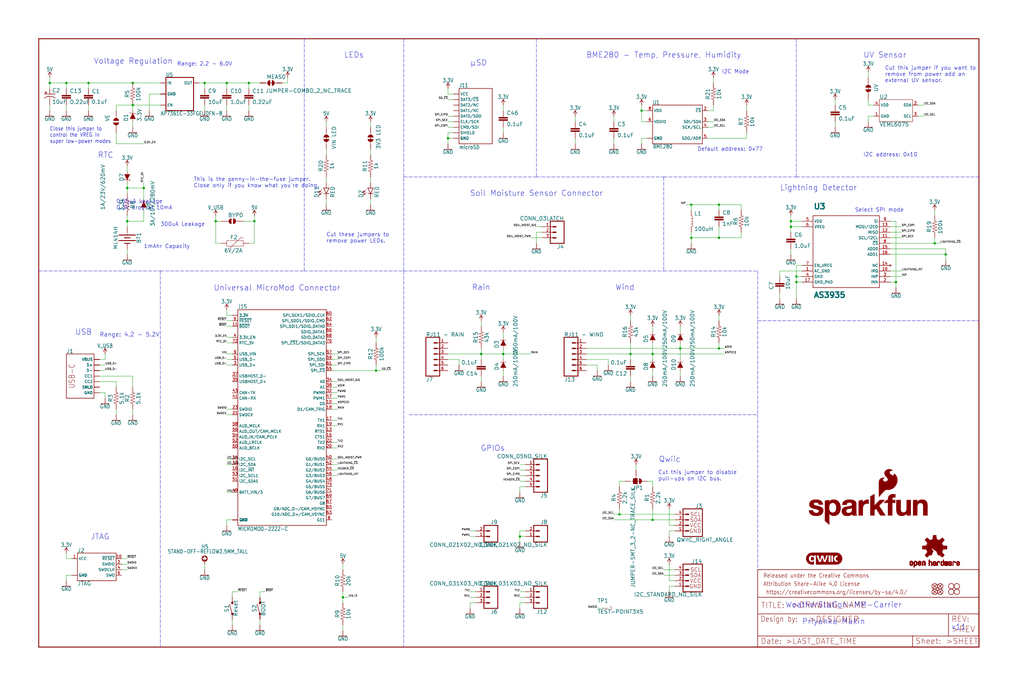
<source format=kicad_sch>
(kicad_sch (version 20211123) (generator eeschema)
  (paper "User" 470.306 317.906)
  (lib_symbols
    (symbol "schematicEagle-eagle-import:0.1UF-0603-100V-10%"
      (property "Reference" "C" (at 1.524 2.921 0))
      (property "Value" "0.1UF-0603-100V-10%" (at 1.524 -2.159 0))
      (symbol "0.1UF-0603-100V-10%_1_0"
        (pin passive line (at 0 5.08 270) (length 2.54) (name "1") (number "1"))
        (pin passive line (at 0 -2.54 90) (length 2.54) (name "2") (number "2"))
      )
    )
    (symbol "schematicEagle-eagle-import:0.1UF-0603-25V-(+80{slash}-20%)"
      (property "Reference" "C" (at 1.524 2.921 0))
      (property "Value" "0.1UF-0603-25V-(+80{slash}-20%)" (at 1.524 -2.159 0))
      (symbol "0.1UF-0603-25V-(+80{slash}-20%)_1_0"
        (pin passive line (at 0 5.08 270) (length 2.54) (name "1") (number "1"))
        (pin passive line (at 0 -2.54 90) (length 2.54) (name "2") (number "2"))
      )
    )
    (symbol "schematicEagle-eagle-import:0.22UF-0603-25V-10%"
      (property "Reference" "C" (at 1.524 2.921 0))
      (property "Value" "0.22UF-0603-25V-10%" (at 1.524 -2.159 0))
      (symbol "0.22UF-0603-25V-10%_1_0"
        (pin passive line (at 0 5.08 270) (length 2.54) (name "1") (number "1"))
        (pin passive line (at 0 -2.54 90) (length 2.54) (name "2") (number "2"))
      )
    )
    (symbol "schematicEagle-eagle-import:1.0NF{slash}1000PF-0603-50V-10%"
      (property "Reference" "C" (at 1.524 2.921 0))
      (property "Value" "1.0NF{slash}1000PF-0603-50V-10%" (at 1.524 -2.159 0))
      (symbol "1.0NF{slash}1000PF-0603-50V-10%_1_0"
        (pin passive line (at 0 5.08 270) (length 2.54) (name "1") (number "1"))
        (pin passive line (at 0 -2.54 90) (length 2.54) (name "2") (number "2"))
      )
    )
    (symbol "schematicEagle-eagle-import:1.0UF-0603-16V-10%"
      (property "Reference" "C" (at 1.524 2.921 0))
      (property "Value" "1.0UF-0603-16V-10%" (at 1.524 -2.159 0))
      (symbol "1.0UF-0603-16V-10%_1_0"
        (pin passive line (at 0 5.08 270) (length 2.54) (name "1") (number "1"))
        (pin passive line (at 0 -2.54 90) (length 2.54) (name "2") (number "2"))
      )
    )
    (symbol "schematicEagle-eagle-import:100KOHM-0603-1{slash}10W-1%"
      (property "Reference" "R" (at 0 1.524 0))
      (property "Value" "100KOHM-0603-1{slash}10W-1%" (at 0 -1.524 0))
      (symbol "100KOHM-0603-1{slash}10W-1%_1_0"
        (pin passive line (at -5.08 0 0) (length 2.54) (name "1") (number "1"))
        (pin passive line (at 5.08 0 180) (length 2.54) (name "2") (number "2"))
      )
    )
    (symbol "schematicEagle-eagle-import:10KOHM-0603-1{slash}10W-1%"
      (property "Reference" "R" (at 0 1.524 0))
      (property "Value" "10KOHM-0603-1{slash}10W-1%" (at 0 -1.524 0))
      (symbol "10KOHM-0603-1{slash}10W-1%_1_0"
        (pin passive line (at -5.08 0 0) (length 2.54) (name "1") (number "1"))
        (pin passive line (at 5.08 0 180) (length 2.54) (name "2") (number "2"))
      )
    )
    (symbol "schematicEagle-eagle-import:10UF-0603-6.3V-20%"
      (property "Reference" "C" (at 1.524 2.921 0))
      (property "Value" "10UF-0603-6.3V-20%" (at 1.524 -2.159 0))
      (symbol "10UF-0603-6.3V-20%_1_0"
        (pin passive line (at 0 5.08 270) (length 2.54) (name "1") (number "1"))
        (pin passive line (at 0 -2.54 90) (length 2.54) (name "2") (number "2"))
      )
    )
    (symbol "schematicEagle-eagle-import:10UF-POLAR-EIA3216-16V-10%(TANT)"
      (property "Reference" "C" (at 1.016 0.635 0))
      (property "Value" "10UF-POLAR-EIA3216-16V-10%(TANT)" (at 1.016 -4.191 0))
      (symbol "10UF-POLAR-EIA3216-16V-10%(TANT)_1_0"
        (pin passive line (at 0 2.54 270) (length 2.54) (name "+") (number "+"))
        (pin passive line (at 0 -5.08 90) (length 2.54) (name "-") (number "-"))
      )
    )
    (symbol "schematicEagle-eagle-import:1KOHM-0603-1{slash}10W-1%"
      (property "Reference" "R" (at 0 1.524 0))
      (property "Value" "1KOHM-0603-1{slash}10W-1%" (at 0 -1.524 0))
      (symbol "1KOHM-0603-1{slash}10W-1%_1_0"
        (pin passive line (at -5.08 0 0) (length 2.54) (name "1") (number "1"))
        (pin passive line (at 5.08 0 180) (length 2.54) (name "2") (number "2"))
      )
    )
    (symbol "schematicEagle-eagle-import:2.2KOHM-0603-1{slash}10W-1%"
      (property "Reference" "R" (at 0 1.524 0))
      (property "Value" "2.2KOHM-0603-1{slash}10W-1%" (at 0 -1.524 0))
      (symbol "2.2KOHM-0603-1{slash}10W-1%_1_0"
        (pin passive line (at -5.08 0 0) (length 2.54) (name "1") (number "1"))
        (pin passive line (at 5.08 0 180) (length 2.54) (name "2") (number "2"))
      )
    )
    (symbol "schematicEagle-eagle-import:20KOHM-0603-1{slash}10W-1%"
      (property "Reference" "R" (at 0 1.524 0))
      (property "Value" "20KOHM-0603-1{slash}10W-1%" (at 0 -1.524 0))
      (symbol "20KOHM-0603-1{slash}10W-1%_1_0"
        (pin passive line (at -5.08 0 0) (length 2.54) (name "1") (number "1"))
        (pin passive line (at 5.08 0 180) (length 2.54) (name "2") (number "2"))
      )
    )
    (symbol "schematicEagle-eagle-import:3.3KOHM-0603-1{slash}10W-1%"
      (property "Reference" "R" (at 0 1.524 0))
      (property "Value" "3.3KOHM-0603-1{slash}10W-1%" (at 0 -1.524 0))
      (symbol "3.3KOHM-0603-1{slash}10W-1%_1_0"
        (pin passive line (at -5.08 0 0) (length 2.54) (name "1") (number "1"))
        (pin passive line (at 5.08 0 180) (length 2.54) (name "2") (number "2"))
      )
    )
    (symbol "schematicEagle-eagle-import:3.3V" (power)
      (property "Value" "3.3V" (at 0 2.794 0))
      (symbol "3.3V_1_0"
        (pin power_in line (at 0 0 90) (length 2.54) (name "3.3V") (number "1"))
      )
    )
    (symbol "schematicEagle-eagle-import:43KOHM-0603-1{slash}10W-1%"
      (property "Reference" "R" (at 0 1.524 0))
      (property "Value" "43KOHM-0603-1{slash}10W-1%" (at 0 -1.524 0))
      (symbol "43KOHM-0603-1{slash}10W-1%_1_0"
        (pin passive line (at -5.08 0 0) (length 2.54) (name "1") (number "1"))
        (pin passive line (at 5.08 0 180) (length 2.54) (name "2") (number "2"))
      )
    )
    (symbol "schematicEagle-eagle-import:5.1KOHM5.1KOHM-0603-1{slash}10W-1%"
      (property "Reference" "R" (at 0 1.524 0))
      (property "Value" "5.1KOHM5.1KOHM-0603-1{slash}10W-1%" (at 0 -1.524 0))
      (symbol "5.1KOHM5.1KOHM-0603-1{slash}10W-1%_1_0"
        (pin passive line (at -5.08 0 0) (length 2.54) (name "1") (number "1"))
        (pin passive line (at 5.08 0 180) (length 2.54) (name "2") (number "2"))
      )
    )
    (symbol "schematicEagle-eagle-import:5V" (power)
      (property "Value" "5V" (at 0 2.794 0))
      (symbol "5V_1_0"
        (pin power_in line (at 0 0 90) (length 2.54) (name "5V") (number "1"))
      )
    )
    (symbol "schematicEagle-eagle-import:AP7361C-33FGEUDFN-8"
      (property "Reference" "U" (at -7.62 7.874 0))
      (property "Value" "AP7361C-33FGEUDFN-8" (at -7.62 -7.874 0))
      (symbol "AP7361C-33FGEUDFN-8_1_0"
        (pin output line (at 7.62 5.08 180) (length 2.54) (name "OUT") (number "1"))
        (pin input line (at -10.16 0 0) (length 2.54) (name "GND") (number "4"))
        (pin bidirectional line (at -10.16 -5.08 0) (length 2.54) (name "EN") (number "5"))
        (pin input line (at -10.16 5.08 0) (length 2.54) (name "IN") (number "8"))
        (pin input line (at -10.16 0 0) (length 2.54) (name "GND") (number "EP"))
      )
    )
    (symbol "schematicEagle-eagle-import:AS3935QFN"
      (property "Reference" "U" (at -15.24 20.32 0))
      (property "Value" "AS3935QFN" (at -15.24 -20.32 0))
      (symbol "AS3935QFN_1_0"
        (pin power_in line (at -20.32 -7.62 0) (length 5.08) (name "AC_GND") (number "1"))
        (pin bidirectional line (at 20.32 -7.62 180) (length 5.08) (name "IRQ") (number "10"))
        (pin input line (at 20.32 7.62 180) (length 5.08) (name "SCL/I2CL") (number "11"))
        (pin output line (at 20.32 10.16 180) (length 5.08) (name "MISO") (number "12"))
        (pin input line (at 20.32 12.7 180) (length 5.08) (name "MOSI/I2CD") (number "13"))
        (pin no_connect line (at 20.32 -5.08 180) (length 5.08) (name "NC") (number "14"))
        (pin input line (at 20.32 2.54 180) (length 5.08) (name "ADD0") (number "15"))
        (pin input line (at 20.32 0 180) (length 5.08) (name "ADD1") (number "16"))
        (pin power_in line (at -20.32 -12.7 0) (length 5.08) (name "GND_PAD") (number "17"))
        (pin bidirectional line (at 20.32 -12.7 180) (length 5.08) (name "INN") (number "2"))
        (pin bidirectional line (at 20.32 -10.16 180) (length 5.08) (name "INP") (number "3"))
        (pin power_in line (at -20.32 -10.16 0) (length 5.08) (name "GND") (number "4"))
        (pin power_in line (at -20.32 15.24 0) (length 5.08) (name "VDD") (number "5"))
        (pin power_in line (at -20.32 12.7 0) (length 5.08) (name "VREG") (number "6"))
        (pin bidirectional line (at -20.32 -5.08 0) (length 5.08) (name "EN_VREG") (number "7"))
        (pin input line (at 20.32 5.08 180) (length 5.08) (name "~{CS}") (number "8"))
        (pin input line (at 20.32 15.24 180) (length 5.08) (name "SI") (number "9"))
      )
    )
    (symbol "schematicEagle-eagle-import:BME280"
      (property "Reference" "U" (at -10.16 7.874 0))
      (property "Value" "BME280" (at -10.16 -10.414 0))
      (symbol "BME280_1_0"
        (pin bidirectional line (at -12.7 -7.62 0) (length 2.54) (name "GND") (number "1"))
        (pin bidirectional line (at 15.24 5.08 180) (length 2.54) (name "~{CS}") (number "2"))
        (pin bidirectional line (at 15.24 0 180) (length 2.54) (name "SDI/SDA") (number "3"))
        (pin bidirectional line (at 15.24 -2.54 180) (length 2.54) (name "SCK/SCL") (number "4"))
        (pin bidirectional line (at 15.24 -7.62 180) (length 2.54) (name "SDO/ADR") (number "5"))
        (pin bidirectional line (at -12.7 0 0) (length 2.54) (name "VDDIO") (number "6"))
        (pin bidirectional line (at -12.7 -7.62 0) (length 2.54) (name "GND") (number "7"))
        (pin bidirectional line (at -12.7 5.08 0) (length 2.54) (name "VDD") (number "8"))
      )
    )
    (symbol "schematicEagle-eagle-import:CONN_021X02_NO_SILK"
      (property "Reference" "J" (at -2.54 5.588 0))
      (property "Value" "CONN_021X02_NO_SILK" (at -2.54 -4.826 0))
      (symbol "CONN_021X02_NO_SILK_1_0"
        (pin passive line (at 7.62 0 180) (length 5.08) (name "1") (number "1"))
        (pin passive line (at 7.62 2.54 180) (length 5.08) (name "2") (number "2"))
      )
    )
    (symbol "schematicEagle-eagle-import:CONN_031X03_NO_SILK"
      (property "Reference" "J" (at -2.54 5.588 0))
      (property "Value" "CONN_031X03_NO_SILK" (at -2.54 -7.366 0))
      (symbol "CONN_031X03_NO_SILK_1_0"
        (pin passive line (at 7.62 -2.54 180) (length 5.08) (name "1") (number "1"))
        (pin passive line (at 7.62 0 180) (length 5.08) (name "2") (number "2"))
        (pin passive line (at 7.62 2.54 180) (length 5.08) (name "3") (number "3"))
      )
    )
    (symbol "schematicEagle-eagle-import:CONN_03LATCH"
      (property "Reference" "J" (at -2.54 5.588 0))
      (property "Value" "CONN_03LATCH" (at -2.54 -7.366 0))
      (symbol "CONN_03LATCH_1_0"
        (pin passive line (at 7.62 -2.54 180) (length 5.08) (name "1") (number "1"))
        (pin passive line (at 7.62 0 180) (length 5.08) (name "2") (number "2"))
        (pin passive line (at 7.62 2.54 180) (length 5.08) (name "3") (number "3"))
      )
    )
    (symbol "schematicEagle-eagle-import:CONN_05NO_SILK"
      (property "Reference" "J" (at -2.54 8.128 0))
      (property "Value" "CONN_05NO_SILK" (at -2.54 -9.906 0))
      (symbol "CONN_05NO_SILK_1_0"
        (pin passive line (at 7.62 -5.08 180) (length 5.08) (name "1") (number "1"))
        (pin passive line (at 7.62 -2.54 180) (length 5.08) (name "2") (number "2"))
        (pin passive line (at 7.62 0 180) (length 5.08) (name "3") (number "3"))
        (pin passive line (at 7.62 2.54 180) (length 5.08) (name "4") (number "4"))
        (pin passive line (at 7.62 5.08 180) (length 5.08) (name "5") (number "5"))
      )
    )
    (symbol "schematicEagle-eagle-import:CORTEX_JTAG_DEBUG_MINIMUM_PTH"
      (property "Reference" "J" (at -10.16 7.874 0))
      (property "Value" "CORTEX_JTAG_DEBUG_MINIMUM_PTH" (at -10.16 -7.366 0))
      (symbol "CORTEX_JTAG_DEBUG_MINIMUM_PTH_1_0"
        (pin bidirectional line (at -12.7 5.08 0) (length 2.54) (name "VCC") (number "1"))
        (pin bidirectional line (at 10.16 5.08 180) (length 2.54) (name "~{RESET}") (number "10"))
        (pin bidirectional line (at 10.16 2.54 180) (length 2.54) (name "SWDIO") (number "2"))
        (pin bidirectional line (at -12.7 -2.54 0) (length 2.54) (name "GND") (number "3"))
        (pin bidirectional line (at 10.16 0 180) (length 2.54) (name "SWDCLK") (number "4"))
        (pin bidirectional line (at -12.7 -2.54 0) (length 2.54) (name "GND") (number "5"))
        (pin bidirectional line (at 10.16 -2.54 180) (length 2.54) (name "SWO") (number "6"))
        (pin bidirectional line (at -12.7 -2.54 0) (length 2.54) (name "GND") (number "9"))
      )
    )
    (symbol "schematicEagle-eagle-import:DIODE-BAS16J"
      (property "Reference" "D" (at -2.54 2.032 0))
      (property "Value" "DIODE-BAS16J" (at -2.54 -2.032 0))
      (symbol "DIODE-BAS16J_1_0"
        (pin passive line (at -2.54 0 0) (length 0) (name "A") (number "A"))
        (pin passive line (at 2.54 0 180) (length 0) (name "C") (number "C"))
      )
    )
    (symbol "schematicEagle-eagle-import:DIODE-SCHOTTKY-BAT20J"
      (property "Reference" "D" (at -2.54 2.032 0))
      (property "Value" "DIODE-SCHOTTKY-BAT20J" (at -2.54 -2.032 0))
      (symbol "DIODE-SCHOTTKY-BAT20J_1_0"
        (pin passive line (at -2.54 0 0) (length 0) (name "A") (number "A"))
        (pin passive line (at 2.54 0 180) (length 0) (name "C") (number "C"))
      )
    )
    (symbol "schematicEagle-eagle-import:DIODE-SCHOTTKY-BAT60A"
      (property "Reference" "D" (at -2.54 2.032 0))
      (property "Value" "DIODE-SCHOTTKY-BAT60A" (at -2.54 -2.032 0))
      (symbol "DIODE-SCHOTTKY-BAT60A_1_0"
        (pin passive line (at -2.54 0 0) (length 0) (name "A") (number "A"))
        (pin passive line (at 2.54 0 180) (length 0) (name "C") (number "C"))
      )
    )
    (symbol "schematicEagle-eagle-import:DIODE-ZENER-MM3Z3V3T1G"
      (property "Reference" "D" (at -2.54 2.032 0))
      (property "Value" "DIODE-ZENER-MM3Z3V3T1G" (at -2.54 -2.032 0))
      (symbol "DIODE-ZENER-MM3Z3V3T1G_1_0"
        (pin passive line (at -2.54 0 0) (length 0) (name "A") (number "A"))
        (pin passive line (at 2.54 0 180) (length 0) (name "C") (number "C"))
      )
    )
    (symbol "schematicEagle-eagle-import:FIDUCIALUFIDUCIAL")
    (symbol "schematicEagle-eagle-import:FRAME-LEDGER"
      (symbol "FRAME-LEDGER_2_0"
        (text " https://creativecommons.org/licenses/by-sa/4.0/" (at 2.54 24.13 0) (effects (font (size 1.9304 1.6408)) (justify left bottom)))
        (text ">DESIGNER" (at 23.114 11.176 0) (effects (font (size 2.7432 2.7432)) (justify left bottom)))
        (text ">DRAWING_NAME" (at 15.494 17.78 0) (effects (font (size 2.7432 2.7432)) (justify left bottom)))
        (text ">LAST_DATE_TIME" (at 12.7 1.27 0) (effects (font (size 2.54 2.54)) (justify left bottom)))
        (text ">REV" (at 88.9 6.604 0) (effects (font (size 2.7432 2.7432)) (justify left bottom)))
        (text ">SHEET" (at 86.36 1.27 0) (effects (font (size 2.54 2.54)) (justify left bottom)))
        (text "Attribution Share-Alike 4.0 License" (at 2.54 27.94 0) (effects (font (size 1.9304 1.6408)) (justify left bottom)))
        (text "Date:" (at 1.27 1.27 0) (effects (font (size 2.54 2.54)) (justify left bottom)))
        (text "Design by:" (at 1.27 11.43 0) (effects (font (size 2.54 2.159)) (justify left bottom)))
        (text "Released under the Creative Commons" (at 2.54 31.75 0) (effects (font (size 1.9304 1.6408)) (justify left bottom)))
        (text "REV:" (at 88.9 11.43 0) (effects (font (size 2.54 2.54)) (justify left bottom)))
        (text "Sheet:" (at 72.39 1.27 0) (effects (font (size 2.54 2.54)) (justify left bottom)))
        (text "TITLE:" (at 1.524 17.78 0) (effects (font (size 2.54 2.54)) (justify left bottom)))
      )
    )
    (symbol "schematicEagle-eagle-import:GND" (power)
      (property "Value" "GND" (at 0 -0.254 0))
      (symbol "GND_1_0"
        (pin power_in line (at 0 2.54 270) (length 2.54) (name "GND") (number "1"))
      )
    )
    (symbol "schematicEagle-eagle-import:I2C_STANDARD_NO_SILK"
      (property "Reference" "J" (at -5.08 7.874 0))
      (property "Value" "I2C_STANDARD_NO_SILK" (at -5.08 -5.334 0))
      (symbol "I2C_STANDARD_NO_SILK_1_0"
        (text "GND" (at -4.572 -2.54 0) (effects (font (size 1.778 1.778)) (justify left)))
        (text "SCL" (at -4.572 5.08 0) (effects (font (size 1.778 1.778)) (justify left)))
        (text "SDA" (at -4.572 2.54 0) (effects (font (size 1.778 1.778)) (justify left)))
        (text "VCC" (at -4.572 0 0) (effects (font (size 1.778 1.778)) (justify left)))
        (pin power_in line (at 7.62 -2.54 180) (length 5.08) (name "1") (number "1"))
        (pin power_in line (at 7.62 0 180) (length 5.08) (name "2") (number "2"))
        (pin passive line (at 7.62 2.54 180) (length 5.08) (name "3") (number "3"))
        (pin passive line (at 7.62 5.08 180) (length 5.08) (name "4") (number "4"))
      )
    )
    (symbol "schematicEagle-eagle-import:JUMPER-COMBO_2_NC_TRACE"
      (property "Reference" "JP" (at -2.54 2.54 0))
      (property "Value" "JUMPER-COMBO_2_NC_TRACE" (at -2.54 -2.54 0))
      (symbol "JUMPER-COMBO_2_NC_TRACE_1_0"
        (pin passive line (at -5.08 0 0) (length 2.54) (name "1") (number "1"))
        (pin passive line (at 5.08 0 180) (length 2.54) (name "2") (number "2"))
        (pin passive line (at -5.08 0 0) (length 2.54) (name "1") (number "3"))
        (pin passive line (at 5.08 0 180) (length 2.54) (name "2") (number "4"))
      )
    )
    (symbol "schematicEagle-eagle-import:JUMPER-SMT_2_NC_TRACE_SILK"
      (property "Reference" "JP" (at -2.54 2.54 0))
      (property "Value" "JUMPER-SMT_2_NC_TRACE_SILK" (at -2.54 -2.54 0))
      (symbol "JUMPER-SMT_2_NC_TRACE_SILK_1_0"
        (pin passive line (at -5.08 0 0) (length 2.54) (name "1") (number "1"))
        (pin passive line (at 5.08 0 180) (length 2.54) (name "2") (number "2"))
      )
    )
    (symbol "schematicEagle-eagle-import:JUMPER-SMT_2_NO_SILK"
      (property "Reference" "JP" (at -2.54 2.54 0))
      (property "Value" "JUMPER-SMT_2_NO_SILK" (at -2.54 -2.54 0))
      (symbol "JUMPER-SMT_2_NO_SILK_1_0"
        (pin passive line (at -5.08 0 0) (length 2.54) (name "1") (number "1"))
        (pin passive line (at 5.08 0 180) (length 2.54) (name "2") (number "2"))
      )
    )
    (symbol "schematicEagle-eagle-import:JUMPER-SMT_3_2-NC_TRACE_SILK"
      (property "Reference" "JP" (at 2.54 0.381 0))
      (property "Value" "JUMPER-SMT_3_2-NC_TRACE_SILK" (at 2.54 -0.381 0))
      (symbol "JUMPER-SMT_3_2-NC_TRACE_SILK_1_0"
        (pin passive line (at 0 5.08 270) (length 2.54) (name "1") (number "1"))
        (pin passive line (at -5.08 0 0) (length 2.54) (name "2") (number "2"))
        (pin passive line (at 0 -5.08 90) (length 2.54) (name "3") (number "3"))
      )
    )
    (symbol "schematicEagle-eagle-import:LED-RED0603"
      (property "Reference" "D" (at -3.429 -4.572 90))
      (property "Value" "LED-RED0603" (at 1.905 -4.572 90))
      (symbol "LED-RED0603_1_0"
        (pin passive line (at 0 2.54 270) (length 2.54) (name "A") (number "A"))
        (pin passive line (at 0 -5.08 90) (length 2.54) (name "C") (number "C"))
      )
    )
    (symbol "schematicEagle-eagle-import:MA5532-AE"
      (property "Reference" "L" (at 1.27 2.54 0))
      (property "Value" "MA5532-AE" (at 1.27 -2.54 0))
      (symbol "MA5532-AE_1_0"
        (pin passive line (at 0 5.08 270) (length 2.54) (name "1") (number "1"))
        (pin passive line (at 0 -5.08 90) (length 2.54) (name "2") (number "2"))
      )
    )
    (symbol "schematicEagle-eagle-import:MICRO-SD-SDIOPUSH-PUSH"
      (property "Reference" "J" (at -5.08 13.208 0))
      (property "Value" "MICRO-SD-SDIOPUSH-PUSH" (at -5.08 -15.24 0))
      (symbol "MICRO-SD-SDIOPUSH-PUSH_1_0"
        (pin bidirectional line (at -7.62 -7.62 0) (length 2.54) (name "SHIELD") (number "CD1"))
        (pin bidirectional line (at -7.62 7.62 0) (length 2.54) (name "DAT3/~{CS}") (number "CS/DAT3"))
        (pin bidirectional line (at -7.62 2.54 0) (length 2.54) (name "DAT1/NC") (number "DAT1"))
        (pin bidirectional line (at -7.62 5.08 0) (length 2.54) (name "DAT2/NC") (number "DAT2"))
        (pin bidirectional line (at -7.62 -5.08 0) (length 2.54) (name "CMD/SDI") (number "DI/CMD"))
        (pin bidirectional line (at -7.62 0 0) (length 2.54) (name "DAT0/SDO") (number "DO/DAT0"))
        (pin bidirectional line (at -7.62 -10.16 0) (length 2.54) (name "GND") (number "GND"))
        (pin bidirectional line (at -7.62 -10.16 0) (length 2.54) (name "GND") (number "GND1"))
        (pin bidirectional line (at -7.62 -10.16 0) (length 2.54) (name "GND") (number "GND3"))
        (pin bidirectional line (at -7.62 -2.54 0) (length 2.54) (name "CLK/SCK") (number "SCLK"))
        (pin bidirectional line (at -7.62 10.16 0) (length 2.54) (name "VCC") (number "VCC"))
      )
    )
    (symbol "schematicEagle-eagle-import:MICROMOD-2222-C"
      (property "Reference" "J" (at -20.32 53.848 0))
      (property "Value" "MICROMOD-2222-C" (at -20.32 -48.26 0))
      (symbol "MICROMOD-2222-C_1_0"
        (pin bidirectional line (at -22.86 -43.18 0) (length 2.54) (name "GND") (number "1"))
        (pin bidirectional line (at 22.86 10.16 180) (length 2.54) (name "D0") (number "10"))
        (pin bidirectional line (at -22.86 45.72 0) (length 2.54) (name "~{BOOT}") (number "11"))
        (pin bidirectional line (at -22.86 -17.78 0) (length 2.54) (name "I2C_SDA") (number "12"))
        (pin bidirectional line (at 22.86 -2.54 180) (length 2.54) (name "RTS1") (number "13"))
        (pin bidirectional line (at -22.86 -15.24 0) (length 2.54) (name "I2C_SCL") (number "14"))
        (pin bidirectional line (at 22.86 -5.08 180) (length 2.54) (name "CTS1") (number "15"))
        (pin bidirectional line (at -22.86 -20.32 0) (length 2.54) (name "I2C_~{INT}") (number "16"))
        (pin bidirectional line (at 22.86 2.54 180) (length 2.54) (name "TX1") (number "17"))
        (pin bidirectional line (at 22.86 7.62 180) (length 2.54) (name "D1/CAM_TRIG") (number "18"))
        (pin bidirectional line (at 22.86 0 180) (length 2.54) (name "RX1") (number "19"))
        (pin bidirectional line (at -22.86 50.8 0) (length 2.54) (name "3.3V") (number "2"))
        (pin bidirectional line (at 22.86 -10.16 180) (length 2.54) (name "RX2") (number "20"))
        (pin bidirectional line (at -22.86 5.08 0) (length 2.54) (name "SWDCK") (number "21"))
        (pin bidirectional line (at 22.86 -7.62 180) (length 2.54) (name "TX2") (number "22"))
        (pin bidirectional line (at -22.86 7.62 0) (length 2.54) (name "SWDIO") (number "23"))
        (pin bidirectional line (at -22.86 27.94 0) (length 2.54) (name "USB_D+") (number "3"))
        (pin bidirectional line (at 22.86 15.24 180) (length 2.54) (name "PWM0") (number "32"))
        (pin bidirectional line (at -22.86 -43.18 0) (length 2.54) (name "GND") (number "33"))
        (pin bidirectional line (at 22.86 20.32 180) (length 2.54) (name "A0") (number "34"))
        (pin bidirectional line (at -22.86 20.32 0) (length 2.54) (name "USBHOST_D+") (number "35"))
        (pin bidirectional line (at -22.86 -43.18 0) (length 2.54) (name "GND") (number "36"))
        (pin bidirectional line (at -22.86 22.86 0) (length 2.54) (name "USBHOST_D-") (number "37"))
        (pin bidirectional line (at 22.86 17.78 180) (length 2.54) (name "A1") (number "38"))
        (pin bidirectional line (at -22.86 -43.18 0) (length 2.54) (name "GND") (number "39"))
        (pin bidirectional line (at -22.86 40.64 0) (length 2.54) (name "3.3V_EN") (number "4"))
        (pin bidirectional line (at 22.86 -15.24 180) (length 2.54) (name "G0/BUS0") (number "40"))
        (pin bidirectional line (at -22.86 12.7 0) (length 2.54) (name "CAN-RX") (number "41"))
        (pin bidirectional line (at 22.86 -17.78 180) (length 2.54) (name "G1/BUS1") (number "42"))
        (pin bidirectional line (at -22.86 15.24 0) (length 2.54) (name "CAN-TX") (number "43"))
        (pin bidirectional line (at 22.86 -20.32 180) (length 2.54) (name "G2/BUS2") (number "44"))
        (pin bidirectional line (at -22.86 -43.18 0) (length 2.54) (name "GND") (number "45"))
        (pin bidirectional line (at 22.86 -22.86 180) (length 2.54) (name "G3/BUS3") (number "46"))
        (pin bidirectional line (at 22.86 12.7 180) (length 2.54) (name "PWM1") (number "47"))
        (pin bidirectional line (at 22.86 -25.4 180) (length 2.54) (name "G4/BUS4") (number "48"))
        (pin bidirectional line (at -22.86 -30.48 0) (length 2.54) (name "BATT_VIN/3") (number "49"))
        (pin bidirectional line (at -22.86 30.48 0) (length 2.54) (name "USB_D-") (number "5"))
        (pin bidirectional line (at -22.86 -10.16 0) (length 2.54) (name "AUD_BCLK") (number "50"))
        (pin bidirectional line (at -22.86 -25.4 0) (length 2.54) (name "I2C_SDA1") (number "51"))
        (pin bidirectional line (at -22.86 -7.62 0) (length 2.54) (name "AUD_LRCLK") (number "52"))
        (pin bidirectional line (at -22.86 -22.86 0) (length 2.54) (name "I2C_SCL1") (number "53"))
        (pin bidirectional line (at -22.86 -5.08 0) (length 2.54) (name "AUD_IN/CAM_PCLK") (number "54"))
        (pin bidirectional line (at 22.86 25.4 180) (length 2.54) (name "SPI_~{CS}") (number "55"))
        (pin bidirectional line (at -22.86 -2.54 0) (length 2.54) (name "AUD_OUT/CAM_MCLK") (number "56"))
        (pin bidirectional line (at 22.86 33.02 180) (length 2.54) (name "SPI_SCK") (number "57"))
        (pin bidirectional line (at -22.86 0 0) (length 2.54) (name "AUD_MCLK") (number "58"))
        (pin bidirectional line (at 22.86 30.48 180) (length 2.54) (name "SPI_SDO") (number "59"))
        (pin bidirectional line (at -22.86 48.26 0) (length 2.54) (name "~{RESET}") (number "6"))
        (pin bidirectional line (at 22.86 50.8 180) (length 2.54) (name "SPI_SCK1/SDIO_CLK") (number "60"))
        (pin bidirectional line (at 22.86 27.94 180) (length 2.54) (name "SPI_SDI") (number "61"))
        (pin bidirectional line (at 22.86 48.26 180) (length 2.54) (name "SPI_SDO1/SDIO_CMD") (number "62"))
        (pin bidirectional line (at 22.86 -40.64 180) (length 2.54) (name "G10/ADC_D+/CAM_VSYNC") (number "63"))
        (pin bidirectional line (at 22.86 45.72 180) (length 2.54) (name "SPI_SDI1/SDIO_DATA0") (number "64"))
        (pin bidirectional line (at 22.86 -38.1 180) (length 2.54) (name "G9/ADC_D-/CAM_HSYNC") (number "65"))
        (pin bidirectional line (at 22.86 43.18 180) (length 2.54) (name "SDIO_DATA1") (number "66"))
        (pin bidirectional line (at 22.86 -35.56 180) (length 2.54) (name "G8") (number "67"))
        (pin bidirectional line (at 22.86 40.64 180) (length 2.54) (name "SDIO_DATA2") (number "68"))
        (pin bidirectional line (at 22.86 -33.02 180) (length 2.54) (name "G7/BUS7") (number "69"))
        (pin bidirectional line (at -22.86 -43.18 0) (length 2.54) (name "GND") (number "7"))
        (pin bidirectional line (at 22.86 38.1 180) (length 2.54) (name "SPI_~{CS1}/SDIO_DATA3") (number "70"))
        (pin bidirectional line (at 22.86 -30.48 180) (length 2.54) (name "G6/BUS6") (number "71"))
        (pin bidirectional line (at -22.86 38.1 0) (length 2.54) (name "RTC_3V") (number "72"))
        (pin bidirectional line (at 22.86 -27.94 180) (length 2.54) (name "G5/BUS5") (number "73"))
        (pin bidirectional line (at -22.86 50.8 0) (length 2.54) (name "3.3V") (number "74"))
        (pin bidirectional line (at -22.86 -43.18 0) (length 2.54) (name "GND") (number "75"))
        (pin bidirectional line (at 22.86 -43.18 180) (length 2.54) (name "G11") (number "8"))
        (pin bidirectional line (at -22.86 33.02 0) (length 2.54) (name "USB_VIN") (number "9"))
      )
    )
    (symbol "schematicEagle-eagle-import:ML414H_IV01E_BATTERY"
      (property "Reference" "BT" (at 0 4.318 0))
      (property "Value" "ML414H_IV01E_BATTERY" (at 0 -4.318 0))
      (symbol "ML414H_IV01E_BATTERY_1_0"
        (pin power_in line (at -5.08 0 0) (length 2.54) (name "+") (number "+"))
        (pin power_in line (at 5.08 0 180) (length 2.54) (name "-") (number "-"))
      )
    )
    (symbol "schematicEagle-eagle-import:MOMENTARY-SWITCH-SPST-SMD-5.2-TALL-REDUNDANT"
      (property "Reference" "S" (at 0 1.524 0))
      (property "Value" "MOMENTARY-SWITCH-SPST-SMD-5.2-TALL-REDUNDANT" (at 0 -0.508 0))
      (symbol "MOMENTARY-SWITCH-SPST-SMD-5.2-TALL-REDUNDANT_1_0"
        (pin passive line (at -5.08 0 0) (length 2.54) (name "1") (number "1"))
        (pin passive line (at -5.08 0 0) (length 2.54) (name "1") (number "2"))
        (pin passive line (at 5.08 0 180) (length 2.54) (name "2") (number "3"))
        (pin passive line (at 5.08 0 180) (length 2.54) (name "2") (number "4"))
      )
    )
    (symbol "schematicEagle-eagle-import:OSHW-LOGOM")
    (symbol "schematicEagle-eagle-import:PPTC_6V2A"
      (property "Reference" "F" (at 1.905 3.175 0))
      (property "Value" "PPTC_6V2A" (at 1.27 -2.794 0))
      (symbol "PPTC_6V2A_1_0"
        (pin bidirectional line (at -5.08 0 0) (length 2.54) (name "1") (number "1"))
        (pin bidirectional line (at 7.62 0 180) (length 2.54) (name "2") (number "2"))
      )
    )
    (symbol "schematicEagle-eagle-import:QWIIC_CONNECTORJS-1MM"
      (property "Reference" "J" (at -5.08 7.874 0))
      (property "Value" "QWIIC_CONNECTORJS-1MM" (at -5.08 -5.334 0))
      (symbol "QWIIC_CONNECTORJS-1MM_1_0"
        (text "GND" (at -4.572 -2.54 0) (effects (font (size 1.778 1.778)) (justify left)))
        (text "SCL" (at -4.572 5.08 0) (effects (font (size 1.778 1.778)) (justify left)))
        (text "SDA" (at -4.572 2.54 0) (effects (font (size 1.778 1.778)) (justify left)))
        (text "VCC" (at -4.572 0 0) (effects (font (size 1.778 1.778)) (justify left)))
        (pin power_in line (at 7.62 -2.54 180) (length 5.08) (name "1") (number "1"))
        (pin power_in line (at 7.62 0 180) (length 5.08) (name "2") (number "2"))
        (pin passive line (at 7.62 2.54 180) (length 5.08) (name "3") (number "3"))
        (pin passive line (at 7.62 5.08 180) (length 5.08) (name "4") (number "4"))
      )
    )
    (symbol "schematicEagle-eagle-import:QWIIC_LOGO_CONNECTOR")
    (symbol "schematicEagle-eagle-import:RJ11-6"
      (property "Reference" "J" (at -5.08 10.668 0))
      (property "Value" "RJ11-6" (at -5.08 -9.906 0))
      (symbol "RJ11-6_1_0"
        (pin passive line (at 5.08 -5.08 180) (length 5.08) (name "1") (number "1"))
        (pin passive line (at 5.08 -2.54 180) (length 5.08) (name "2") (number "2"))
        (pin passive line (at 5.08 0 180) (length 5.08) (name "3") (number "3"))
        (pin passive line (at 5.08 2.54 180) (length 5.08) (name "4") (number "4"))
        (pin passive line (at 5.08 5.08 180) (length 5.08) (name "5") (number "5"))
        (pin passive line (at 5.08 7.62 180) (length 5.08) (name "6") (number "6"))
      )
    )
    (symbol "schematicEagle-eagle-import:SFE_LOGO_NAME_FLAME.2_INCH")
    (symbol "schematicEagle-eagle-import:STAND-OFF")
    (symbol "schematicEagle-eagle-import:STAND-OFF-REFLOW2.5MM_TALL"
      (property "Reference" "H" (at -2.54 2.54 0))
      (property "Value" "STAND-OFF-REFLOW2.5MM_TALL" (at 2.54 0 0))
      (symbol "STAND-OFF-REFLOW2.5MM_TALL_1_0"
        (pin bidirectional line (at 0 -2.54 90) (length 2.54) (name "1") (number "1"))
      )
    )
    (symbol "schematicEagle-eagle-import:TEST-POINT3X5"
      (property "Reference" "TP" (at -2.54 2.54 0))
      (property "Value" "TEST-POINT3X5" (at -2.54 -2.54 0))
      (symbol "TEST-POINT3X5_1_0"
        (pin bidirectional line (at 0 0 180) (length 0) (name "1") (number "P$1"))
      )
    )
    (symbol "schematicEagle-eagle-import:USB_C_2-LAYER_PADS"
      (property "Reference" "J" (at -2.54 10.414 0))
      (property "Value" "USB_C_2-LAYER_PADS" (at -2.54 -12.446 0))
      (symbol "USB_C_2-LAYER_PADS_1_0"
        (text "USB-C" (at 0 0 900) (effects (font (size 2.54 2.159))))
        (pin bidirectional line (at 12.7 0 180) (length 2.54) (name "CC1") (number "A5"))
        (pin bidirectional line (at 12.7 5.08 180) (length 2.54) (name "D+") (number "A6"))
        (pin bidirectional line (at 12.7 2.54 180) (length 2.54) (name "D-") (number "A7"))
        (pin bidirectional line (at 12.7 -2.54 180) (length 2.54) (name "CC2") (number "B5"))
        (pin bidirectional line (at 12.7 5.08 180) (length 2.54) (name "D+") (number "B6"))
        (pin bidirectional line (at 12.7 2.54 180) (length 2.54) (name "D-") (number "B7"))
        (pin bidirectional line (at 12.7 -7.62 180) (length 2.54) (name "GND") (number "GND"))
        (pin bidirectional line (at 12.7 -7.62 180) (length 2.54) (name "GND") (number "GND2"))
        (pin bidirectional line (at 12.7 -5.08 180) (length 2.54) (name "SHLD") (number "SHLD1"))
        (pin bidirectional line (at 12.7 -5.08 180) (length 2.54) (name "SHLD") (number "SHLD2"))
        (pin bidirectional line (at 12.7 -5.08 180) (length 2.54) (name "SHLD") (number "SHLD3"))
        (pin bidirectional line (at 12.7 -5.08 180) (length 2.54) (name "SHLD") (number "SHLD4"))
        (pin bidirectional line (at 12.7 7.62 180) (length 2.54) (name "VBUS") (number "VBUS1"))
        (pin bidirectional line (at 12.7 7.62 180) (length 2.54) (name "VBUS") (number "VBUS2"))
      )
    )
    (symbol "schematicEagle-eagle-import:VEML6075"
      (property "Reference" "U" (at -7.62 5.334 0))
      (property "Value" "VEML6075" (at -7.62 -5.334 0))
      (symbol "VEML6075_1_0"
        (pin bidirectional line (at -10.16 -2.54 0) (length 2.54) (name "GND") (number "1"))
        (pin bidirectional line (at 10.16 2.54 180) (length 2.54) (name "SDA") (number "2"))
        (pin bidirectional line (at 10.16 -2.54 180) (length 2.54) (name "SCL") (number "3"))
        (pin bidirectional line (at -10.16 2.54 0) (length 2.54) (name "VDD") (number "4"))
      )
    )
    (symbol "schematicEagle-eagle-import:V_USB" (power)
      (property "Value" "V_USB" (at 0 2.794 0))
      (symbol "V_USB_1_0"
        (pin power_in line (at 0 0 90) (length 2.54) (name "V_USB") (number "1"))
      )
    )
  )
  (junction (at 284.48 236.22))
  (junction (at 60.96 48.26))
  (junction (at 220.98 162.56))
  (junction (at 365.76 127))
  (junction (at 205.74 63.5))
  (junction (at 317.5 93.98))
  (junction (at 299.72 162.56))
  (junction (at 429.26 111.76))
  (junction (at 66.04 86.36))
  (junction (at 231.14 162.56))
  (junction (at 30.48 38.1))
  (junction (at 22.86 38.1))
  (junction (at 114.3 38.1))
  (junction (at 60.96 38.1))
  (junction (at 58.42 86.36))
  (junction (at 411.48 129.54))
  (junction (at 157.48 274.32))
  (junction (at 58.42 101.6))
  (junction (at 365.76 129.54))
  (junction (at 330.2 160.02))
  (junction (at 363.22 104.14))
  (junction (at 172.72 170.18))
  (junction (at 434.34 116.84))
  (junction (at 299.72 238.76))
  (junction (at 312.42 160.02))
  (junction (at 363.22 101.6))
  (junction (at 289.56 162.56))
  (junction (at 116.84 101.6))
  (junction (at 330.2 93.98))
  (junction (at 104.14 38.1))
  (junction (at 40.64 38.1))
  (junction (at 330.2 109.22))
  (junction (at 294.64 50.8))
  (junction (at 99.06 101.6))
  (junction (at 238.76 246.38))
  (junction (at 317.5 109.22))
  (junction (at 93.98 38.1))
  (wire (pts (xy 172.72 170.18) (xy 172.72 167.64)))
  (wire (pts (xy 307.34 269.24) (xy 307.34 271.78)))
  (wire (pts (xy 60.96 48.26) (xy 60.96 50.8)))
  (wire (pts (xy 269.24 165.1) (xy 279.4 165.1)))
  (wire (pts (xy 408.94 106.68) (xy 414.02 106.68)))
  (wire (pts (xy 218.44 271.78) (xy 215.9 271.78)))
  (wire (pts (xy 152.4 205.74) (xy 154.94 205.74)))
  (wire (pts (xy 408.94 124.46) (xy 414.02 124.46)))
  (wire (pts (xy 73.66 48.26) (xy 60.96 48.26)))
  (wire (pts (xy 60.96 38.1) (xy 40.64 38.1)))
  (wire (pts (xy 93.98 38.1) (xy 91.44 38.1)))
  (wire (pts (xy 325.12 58.42) (xy 327.66 58.42)))
  (wire (pts (xy 40.64 40.64) (xy 40.64 38.1)))
  (wire (pts (xy 104.14 38.1) (xy 93.98 38.1)))
  (wire (pts (xy 114.3 40.64) (xy 114.3 38.1)))
  (wire (pts (xy 325.12 55.88) (xy 327.66 55.88)))
  (wire (pts (xy 264.16 55.88) (xy 264.16 53.34)))
  (wire (pts (xy 241.3 246.38) (xy 238.76 246.38)))
  (wire (pts (xy 241.3 274.32) (xy 238.76 274.32)))
  (wire (pts (xy 231.14 162.56) (xy 231.14 160.02)))
  (wire (pts (xy 238.76 223.52) (xy 238.76 226.06)))
  (wire (pts (xy 152.4 218.44) (xy 154.94 218.44)))
  (wire (pts (xy 152.4 215.9) (xy 154.94 215.9)))
  (wire (pts (xy 241.3 218.44) (xy 238.76 218.44)))
  (wire (pts (xy 340.36 93.98) (xy 340.36 96.52)))
  (polyline (pts (xy 185.42 81.28) (xy 246.38 81.28)))
  (polyline (pts (xy 347.98 190.5) (xy 347.98 261.62)))
  (wire (pts (xy 312.42 172.72) (xy 312.42 170.18)))
  (wire (pts (xy 327.66 38.1) (xy 327.66 35.56)))
  (wire (pts (xy 281.94 55.88) (xy 281.94 53.34)))
  (wire (pts (xy 149.86 93.98) (xy 149.86 91.44)))
  (polyline (pts (xy 185.42 124.46) (xy 185.42 297.18)))
  (wire (pts (xy 55.88 259.08) (xy 58.42 259.08)))
  (wire (pts (xy 40.64 50.8) (xy 40.64 48.26)))
  (wire (pts (xy 157.48 259.08) (xy 157.48 261.62)))
  (wire (pts (xy 289.56 162.56) (xy 299.72 162.56)))
  (wire (pts (xy 241.3 223.52) (xy 238.76 223.52)))
  (wire (pts (xy 231.14 165.1) (xy 231.14 162.56)))
  (wire (pts (xy 408.94 109.22) (xy 414.02 109.22)))
  (wire (pts (xy 220.98 162.56) (xy 220.98 160.02)))
  (polyline (pts (xy 17.78 124.46) (xy 73.66 124.46)))
  (polyline (pts (xy 73.66 124.46) (xy 139.7 124.46)))
  (wire (pts (xy 269.24 167.64) (xy 274.32 167.64)))
  (wire (pts (xy 297.18 220.98) (xy 299.72 220.98)))
  (wire (pts (xy 401.32 48.26) (xy 398.78 48.26)))
  (wire (pts (xy 276.86 279.4) (xy 274.32 279.4)))
  (polyline (pts (xy 365.76 81.28) (xy 365.76 17.78)))
  (wire (pts (xy 365.76 129.54) (xy 368.3 129.54)))
  (wire (pts (xy 106.68 213.36) (xy 104.14 213.36)))
  (wire (pts (xy 325.12 63.5) (xy 342.9 63.5)))
  (wire (pts (xy 30.48 38.1) (xy 30.48 40.64)))
  (wire (pts (xy 317.5 109.22) (xy 317.5 111.76)))
  (wire (pts (xy 241.3 215.9) (xy 238.76 215.9)))
  (wire (pts (xy 411.48 101.6) (xy 411.48 129.54)))
  (wire (pts (xy 307.34 266.7) (xy 307.34 259.08)))
  (wire (pts (xy 45.72 175.26) (xy 53.34 175.26)))
  (wire (pts (xy 104.14 50.8) (xy 104.14 48.26)))
  (wire (pts (xy 218.44 274.32) (xy 215.9 274.32)))
  (wire (pts (xy 299.72 170.18) (xy 299.72 172.72)))
  (wire (pts (xy 368.3 121.92) (xy 365.76 121.92)))
  (wire (pts (xy 152.4 213.36) (xy 154.94 213.36)))
  (wire (pts (xy 119.38 287.02) (xy 119.38 284.48)))
  (polyline (pts (xy 304.8 81.28) (xy 304.8 124.46)))
  (wire (pts (xy 106.68 157.48) (xy 104.14 157.48)))
  (wire (pts (xy 284.48 223.52) (xy 284.48 220.98)))
  (polyline (pts (xy 187.96 190.5) (xy 347.98 190.5)))
  (wire (pts (xy 30.48 264.16) (xy 30.48 266.7)))
  (wire (pts (xy 119.38 38.1) (xy 114.3 38.1)))
  (wire (pts (xy 269.24 160.02) (xy 312.42 160.02)))
  (wire (pts (xy 309.88 266.7) (xy 307.34 266.7)))
  (polyline (pts (xy 73.66 124.46) (xy 73.66 297.18)))
  (wire (pts (xy 172.72 154.94) (xy 172.72 157.48)))
  (wire (pts (xy 365.76 137.16) (xy 365.76 129.54)))
  (polyline (pts (xy 365.76 81.28) (xy 449.58 81.28)))
  (wire (pts (xy 358.14 124.46) (xy 358.14 127)))
  (wire (pts (xy 317.5 93.98) (xy 330.2 93.98)))
  (wire (pts (xy 284.48 233.68) (xy 284.48 236.22)))
  (wire (pts (xy 289.56 162.56) (xy 289.56 157.48)))
  (wire (pts (xy 152.4 170.18) (xy 172.72 170.18)))
  (wire (pts (xy 368.3 124.46) (xy 358.14 124.46)))
  (wire (pts (xy 248.92 104.14) (xy 246.38 104.14)))
  (wire (pts (xy 66.04 91.44) (xy 66.04 86.36)))
  (wire (pts (xy 312.42 160.02) (xy 312.42 157.48)))
  (wire (pts (xy 309.88 236.22) (xy 284.48 236.22)))
  (wire (pts (xy 220.98 165.1) (xy 220.98 162.56)))
  (wire (pts (xy 55.88 261.62) (xy 58.42 261.62)))
  (wire (pts (xy 109.22 271.78) (xy 106.68 271.78)))
  (wire (pts (xy 93.98 50.8) (xy 93.98 48.26)))
  (wire (pts (xy 294.64 63.5) (xy 294.64 66.04)))
  (wire (pts (xy 208.28 60.96) (xy 205.74 60.96)))
  (wire (pts (xy 368.3 101.6) (xy 363.22 101.6)))
  (wire (pts (xy 294.64 55.88) (xy 294.64 50.8)))
  (wire (pts (xy 398.78 35.56) (xy 398.78 33.02)))
  (wire (pts (xy 58.42 101.6) (xy 58.42 104.14)))
  (wire (pts (xy 116.84 99.06) (xy 116.84 101.6)))
  (wire (pts (xy 317.5 109.22) (xy 330.2 109.22)))
  (wire (pts (xy 299.72 233.68) (xy 299.72 238.76)))
  (wire (pts (xy 279.4 165.1) (xy 279.4 167.64)))
  (wire (pts (xy 269.24 162.56) (xy 289.56 162.56)))
  (wire (pts (xy 330.2 109.22) (xy 330.2 104.14)))
  (wire (pts (xy 238.76 243.84) (xy 238.76 246.38)))
  (wire (pts (xy 231.14 50.8) (xy 231.14 48.26)))
  (wire (pts (xy 172.72 170.18) (xy 175.26 170.18)))
  (wire (pts (xy 149.86 83.82) (xy 149.86 81.28)))
  (wire (pts (xy 297.18 63.5) (xy 294.64 63.5)))
  (polyline (pts (xy 185.42 81.28) (xy 185.42 17.78)))
  (wire (pts (xy 58.42 86.36) (xy 58.42 88.9)))
  (wire (pts (xy 106.68 210.82) (xy 104.14 210.82)))
  (polyline (pts (xy 347.98 124.46) (xy 347.98 147.32)))
  (wire (pts (xy 309.88 269.24) (xy 307.34 269.24)))
  (wire (pts (xy 358.14 134.62) (xy 358.14 137.16)))
  (wire (pts (xy 289.56 165.1) (xy 289.56 162.56)))
  (wire (pts (xy 231.14 172.72) (xy 231.14 170.18)))
  (wire (pts (xy 297.18 50.8) (xy 294.64 50.8)))
  (wire (pts (xy 157.48 274.32) (xy 160.02 274.32)))
  (wire (pts (xy 294.64 50.8) (xy 294.64 48.26)))
  (wire (pts (xy 116.84 101.6) (xy 116.84 111.76)))
  (wire (pts (xy 307.34 241.3) (xy 307.34 233.68)))
  (polyline (pts (xy 347.98 147.32) (xy 449.58 147.32)))
  (wire (pts (xy 152.4 182.88) (xy 154.94 182.88)))
  (wire (pts (xy 429.26 99.06) (xy 429.26 96.52)))
  (wire (pts (xy 60.96 58.42) (xy 60.96 55.88)))
  (wire (pts (xy 58.42 114.3) (xy 58.42 116.84)))
  (wire (pts (xy 309.88 238.76) (xy 299.72 238.76)))
  (wire (pts (xy 210.82 165.1) (xy 210.82 167.64)))
  (wire (pts (xy 309.88 264.16) (xy 304.8 264.16)))
  (wire (pts (xy 106.68 274.32) (xy 106.68 271.78)))
  (wire (pts (xy 299.72 162.56) (xy 299.72 165.1)))
  (wire (pts (xy 281.94 66.04) (xy 281.94 63.5)))
  (wire (pts (xy 215.9 279.4) (xy 215.9 276.86)))
  (wire (pts (xy 317.5 106.68) (xy 317.5 109.22)))
  (wire (pts (xy 45.72 170.18) (xy 48.26 170.18)))
  (wire (pts (xy 299.72 238.76) (xy 281.94 238.76)))
  (wire (pts (xy 289.56 175.26) (xy 289.56 172.72)))
  (wire (pts (xy 106.68 284.48) (xy 106.68 287.02)))
  (wire (pts (xy 312.42 152.4) (xy 312.42 149.86)))
  (wire (pts (xy 170.18 58.42) (xy 170.18 55.88)))
  (wire (pts (xy 429.26 111.76) (xy 431.8 111.76)))
  (wire (pts (xy 284.48 236.22) (xy 281.94 236.22)))
  (wire (pts (xy 241.3 271.78) (xy 238.76 271.78)))
  (wire (pts (xy 53.34 60.96) (xy 53.34 66.04)))
  (polyline (pts (xy 246.38 17.78) (xy 246.38 81.28)))
  (wire (pts (xy 119.38 274.32) (xy 119.38 271.78)))
  (wire (pts (xy 60.96 172.72) (xy 60.96 177.8)))
  (wire (pts (xy 152.4 177.8) (xy 154.94 177.8)))
  (wire (pts (xy 408.94 127) (xy 414.02 127)))
  (wire (pts (xy 205.74 165.1) (xy 210.82 165.1)))
  (wire (pts (xy 299.72 152.4) (xy 299.72 149.86)))
  (wire (pts (xy 106.68 149.86) (xy 104.14 149.86)))
  (wire (pts (xy 289.56 147.32) (xy 289.56 144.78)))
  (wire (pts (xy 330.2 93.98) (xy 340.36 93.98)))
  (wire (pts (xy 106.68 154.94) (xy 104.14 154.94)))
  (wire (pts (xy 309.88 241.3) (xy 307.34 241.3)))
  (wire (pts (xy 45.72 167.64) (xy 48.26 167.64)))
  (wire (pts (xy 152.4 165.1) (xy 154.94 165.1)))
  (wire (pts (xy 114.3 111.76) (xy 116.84 111.76)))
  (wire (pts (xy 205.74 63.5) (xy 205.74 66.04)))
  (wire (pts (xy 312.42 165.1) (xy 312.42 160.02)))
  (wire (pts (xy 58.42 83.82) (xy 58.42 86.36)))
  (wire (pts (xy 434.34 114.3) (xy 434.34 116.84)))
  (wire (pts (xy 429.26 111.76) (xy 429.26 109.22)))
  (wire (pts (xy 205.74 60.96) (xy 205.74 63.5)))
  (wire (pts (xy 241.3 276.86) (xy 238.76 276.86)))
  (wire (pts (xy 48.26 180.34) (xy 48.26 182.88)))
  (polyline (pts (xy 304.8 81.28) (xy 365.76 81.28)))
  (wire (pts (xy 106.68 187.96) (xy 104.14 187.96)))
  (wire (pts (xy 99.06 111.76) (xy 101.6 111.76)))
  (wire (pts (xy 40.64 38.1) (xy 30.48 38.1)))
  (wire (pts (xy 73.66 43.18) (xy 68.58 43.18)))
  (wire (pts (xy 152.4 180.34) (xy 154.94 180.34)))
  (wire (pts (xy 220.98 162.56) (xy 231.14 162.56)))
  (wire (pts (xy 264.16 66.04) (xy 264.16 63.5)))
  (wire (pts (xy 246.38 106.68) (xy 246.38 111.76)))
  (wire (pts (xy 114.3 38.1) (xy 104.14 38.1)))
  (wire (pts (xy 383.54 48.26) (xy 383.54 45.72)))
  (wire (pts (xy 22.86 35.56) (xy 22.86 38.1)))
  (wire (pts (xy 58.42 86.36) (xy 66.04 86.36)))
  (wire (pts (xy 408.94 104.14) (xy 414.02 104.14)))
  (wire (pts (xy 398.78 48.26) (xy 398.78 45.72)))
  (wire (pts (xy 292.1 213.36) (xy 292.1 215.9)))
  (wire (pts (xy 152.4 210.82) (xy 154.94 210.82)))
  (polyline (pts (xy 139.7 124.46) (xy 185.42 124.46)))
  (wire (pts (xy 342.9 48.26) (xy 342.9 50.8)))
  (wire (pts (xy 299.72 162.56) (xy 332.74 162.56)))
  (wire (pts (xy 297.18 55.88) (xy 294.64 55.88)))
  (wire (pts (xy 363.22 104.14) (xy 363.22 101.6)))
  (wire (pts (xy 317.5 96.52) (xy 317.5 93.98)))
  (wire (pts (xy 99.06 99.06) (xy 99.06 101.6)))
  (wire (pts (xy 408.94 101.6) (xy 411.48 101.6)))
  (wire (pts (xy 68.58 43.18) (xy 68.58 50.8)))
  (wire (pts (xy 208.28 58.42) (xy 205.74 58.42)))
  (wire (pts (xy 170.18 71.12) (xy 170.18 68.58)))
  (wire (pts (xy 408.94 114.3) (xy 434.34 114.3)))
  (wire (pts (xy 30.48 38.1) (xy 22.86 38.1)))
  (wire (pts (xy 45.72 172.72) (xy 60.96 172.72)))
  (wire (pts (xy 398.78 53.34) (xy 398.78 55.88)))
  (wire (pts (xy 365.76 127) (xy 365.76 129.54)))
  (wire (pts (xy 368.3 104.14) (xy 363.22 104.14)))
  (wire (pts (xy 205.74 162.56) (xy 220.98 162.56)))
  (wire (pts (xy 45.72 165.1) (xy 48.26 165.1)))
  (wire (pts (xy 157.48 274.32) (xy 157.48 271.78)))
  (wire (pts (xy 93.98 40.64) (xy 93.98 38.1)))
  (wire (pts (xy 241.3 220.98) (xy 238.76 220.98)))
  (wire (pts (xy 55.88 256.54) (xy 58.42 256.54)))
  (wire (pts (xy 307.34 243.84) (xy 307.34 246.38)))
  (wire (pts (xy 421.64 48.26) (xy 424.18 48.26)))
  (wire (pts (xy 30.48 256.54) (xy 30.48 254)))
  (wire (pts (xy 309.88 243.84) (xy 307.34 243.84)))
  (wire (pts (xy 152.4 167.64) (xy 154.94 167.64)))
  (wire (pts (xy 22.86 50.8) (xy 22.86 48.26)))
  (wire (pts (xy 152.4 175.26) (xy 154.94 175.26)))
  (wire (pts (xy 248.92 109.22) (xy 243.84 109.22)))
  (wire (pts (xy 106.68 190.5) (xy 104.14 190.5)))
  (wire (pts (xy 170.18 93.98) (xy 170.18 91.44)))
  (wire (pts (xy 330.2 144.78) (xy 330.2 147.32)))
  (wire (pts (xy 73.66 38.1) (xy 60.96 38.1)))
  (wire (pts (xy 22.86 40.64) (xy 22.86 38.1)))
  (wire (pts (xy 220.98 175.26) (xy 220.98 172.72)))
  (wire (pts (xy 342.9 63.5) (xy 342.9 60.96)))
  (wire (pts (xy 383.54 58.42) (xy 383.54 55.88)))
  (wire (pts (xy 434.34 116.84) (xy 434.34 119.38)))
  (wire (pts (xy 152.4 187.96) (xy 154.94 187.96)))
  (wire (pts (xy 231.14 154.94) (xy 231.14 152.4)))
  (wire (pts (xy 218.44 243.84) (xy 215.9 243.84)))
  (wire (pts (xy 208.28 63.5) (xy 205.74 63.5)))
  (wire (pts (xy 106.68 165.1) (xy 104.14 165.1)))
  (wire (pts (xy 152.4 193.04) (xy 154.94 193.04)))
  (wire (pts (xy 53.34 50.8) (xy 53.34 48.26)))
  (wire (pts (xy 149.86 58.42) (xy 149.86 55.88)))
  (polyline (pts (xy 347.98 147.32) (xy 347.98 190.5)))
  (wire (pts (xy 157.48 287.02) (xy 157.48 289.56)))
  (wire (pts (xy 101.6 101.6) (xy 99.06 101.6)))
  (wire (pts (xy 411.48 129.54) (xy 411.48 132.08)))
  (wire (pts (xy 434.34 116.84) (xy 408.94 116.84)))
  (polyline (pts (xy 139.7 17.78) (xy 139.7 124.46)))
  (polyline (pts (xy 246.38 81.28) (xy 304.8 81.28)))
  (wire (pts (xy 238.76 279.4) (xy 238.76 276.86)))
  (wire (pts (xy 340.36 109.22) (xy 330.2 109.22)))
  (wire (pts (xy 154.94 203.2) (xy 152.4 203.2)))
  (polyline (pts (xy 185.42 124.46) (xy 304.8 124.46)))
  (wire (pts (xy 58.42 76.2) (xy 58.42 78.74)))
  (wire (pts (xy 53.34 190.5) (xy 53.34 187.96)))
  (wire (pts (xy 274.32 167.64) (xy 274.32 170.18)))
  (wire (pts (xy 106.68 167.64) (xy 104.14 167.64)))
  (wire (pts (xy 408.94 129.54) (xy 411.48 129.54)))
  (wire (pts (xy 48.26 165.1) (xy 48.26 162.56)))
  (wire (pts (xy 104.14 40.64) (xy 104.14 38.1)))
  (wire (pts (xy 363.22 101.6) (xy 363.22 99.06)))
  (wire (pts (xy 284.48 220.98) (xy 287.02 220.98)))
  (wire (pts (xy 365.76 121.92) (xy 365.76 127)))
  (wire (pts (xy 106.68 226.06) (xy 104.14 226.06)))
  (wire (pts (xy 66.04 101.6) (xy 66.04 96.52)))
  (wire (pts (xy 363.22 106.68) (xy 363.22 104.14)))
  (wire (pts (xy 53.34 66.04) (xy 66.04 66.04)))
  (wire (pts (xy 205.74 40.64) (xy 205.74 43.18)))
  (wire (pts (xy 241.3 243.84) (xy 238.76 243.84)))
  (wire (pts (xy 309.88 261.62) (xy 304.8 261.62)))
  (wire (pts (xy 312.42 160.02) (xy 330.2 160.02)))
  (wire (pts (xy 106.68 147.32) (xy 104.14 147.32)))
  (wire (pts (xy 58.42 99.06) (xy 58.42 101.6)))
  (wire (pts (xy 327.66 50.8) (xy 327.66 48.26)))
  (wire (pts (xy 104.14 238.76) (xy 104.14 241.3)))
  (wire (pts (xy 340.36 106.68) (xy 340.36 109.22)))
  (wire (pts (xy 330.2 160.02) (xy 332.74 160.02)))
  (wire (pts (xy 53.34 48.26) (xy 60.96 48.26)))
  (wire (pts (xy 33.02 256.54) (xy 30.48 256.54)))
  (polyline (pts (xy 304.8 124.46) (xy 347.98 124.46)))
  (wire (pts (xy 53.34 175.26) (xy 53.34 177.8)))
  (wire (pts (xy 106.68 144.78) (xy 104.14 144.78)))
  (wire (pts (xy 218.44 246.38) (xy 215.9 246.38)))
  (wire (pts (xy 157.48 276.86) (xy 157.48 274.32)))
  (wire (pts (xy 152.4 185.42) (xy 154.94 185.42)))
  (wire (pts (xy 30.48 50.8) (xy 30.48 48.26)))
  (wire (pts (xy 152.4 162.56) (xy 154.94 162.56)))
  (wire (pts (xy 93.98 261.62) (xy 93.98 259.08)))
  (wire (pts (xy 149.86 71.12) (xy 149.86 68.58)))
  (wire (pts (xy 330.2 157.48) (xy 330.2 160.02)))
  (wire (pts (xy 218.44 276.86) (xy 215.9 276.86)))
  (wire (pts (xy 208.28 53.34) (xy 205.74 53.34)))
  (wire (pts (xy 152.4 195.58) (xy 154.94 195.58)))
  (wire (pts (xy 299.72 162.56) (xy 299.72 157.48)))
  (wire (pts (xy 114.3 50.8) (xy 114.3 48.26)))
  (wire (pts (xy 231.14 162.56) (xy 243.84 162.56)))
  (wire (pts (xy 129.54 38.1) (xy 132.08 38.1)))
  (wire (pts (xy 299.72 220.98) (xy 299.72 223.52)))
  (wire (pts (xy 401.32 53.34) (xy 398.78 53.34)))
  (wire (pts (xy 104.14 144.78) (xy 104.14 142.24)))
  (wire (pts (xy 208.28 55.88) (xy 205.74 55.88)))
  (wire (pts (xy 106.68 238.76) (xy 104.14 238.76)))
  (wire (pts (xy 132.08 35.56) (xy 132.08 38.1)))
  (wire (pts (xy 208.28 45.72) (xy 205.74 45.72)))
  (wire (pts (xy 231.14 60.96) (xy 231.14 58.42)))
  (wire (pts (xy 111.76 101.6) (xy 116.84 101.6)))
  (wire (pts (xy 363.22 116.84) (xy 363.22 114.3)))
  (wire (pts (xy 238.76 246.38) (xy 238.76 248.92)))
  (polyline (pts (xy 185.42 124.46) (xy 185.42 81.28)))
  (wire (pts (xy 220.98 149.86) (xy 220.98 147.32)))
  (wire (pts (xy 365.76 127) (xy 368.3 127)))
  (wire (pts (xy 58.42 101.6) (xy 66.04 101.6)))
  (wire (pts (xy 119.38 271.78) (xy 121.92 271.78)))
  (wire (pts (xy 241.3 213.36) (xy 238.76 213.36)))
  (wire (pts (xy 205.74 43.18) (xy 208.28 43.18)))
  (wire (pts (xy 325.12 50.8) (xy 327.66 50.8)))
  (wire (pts (xy 330.2 96.52) (xy 330.2 93.98)))
  (wire (pts (xy 66.04 86.36) (xy 66.04 83.82)))
  (wire (pts (xy 317.5 93.98) (xy 314.96 93.98)))
  (wire (pts (xy 248.92 106.68) (xy 246.38 106.68)))
  (wire (pts (xy 421.64 53.34) (xy 424.18 53.34)))
  (wire (pts (xy 106.68 162.56) (xy 104.14 162.56)))
  (wire (pts (xy 45.72 180.34) (xy 48.26 180.34)))
  (wire (pts (xy 170.18 83.82) (xy 170.18 81.28)))
  (wire (pts (xy 99.06 101.6) (xy 99.06 111.76)))
  (wire (pts (xy 33.02 264.16) (xy 30.48 264.16)))
  (wire (pts (xy 408.94 111.76) (xy 429.26 111.76)))
  (wire (pts (xy 60.96 190.5) (xy 60.96 187.96)))
  (text "LEDs" (at 162.56 25.4 180) (effects (font (size 2.54 2.54))))
  (text "μSD" (at 215.9 30.48 180) (effects (font (size 2.54 2.54)) (justify left bottom)))
  (text "1mAhr Capacity" (at 66.04 114.3 180) (effects (font (size 1.778 1.778)) (justify left bottom)))
  (text "Range: 4.2 - 5.2V" (at 45.72 154.94 180) (effects (font (size 1.9304 1.9304)) (justify left bottom)))
  (text "Cut these jumpers to\nremove power LEDs." (at 149.86 111.76 180) (effects (font (size 1.778 1.778)) (justify left bottom)))
  (text "Default address: 0x77" (at 335.28 68.58 180) (effects (font (size 1.778 1.778))))
  (text "Soil Moisture Sensor Connector" (at 246.38 88.9 180) (effects (font (size 2.54 2.54))))
  (text "RTC" (at 48.514 71.374 180) (effects (font (size 2.54 2.54))))
  (text "Priyanka Makin" (at 368.3 287.02 180) (effects (font (size 2.54 2.54)) (justify left bottom)))
  (text "Close this jumper to\ncontrol the VREG in\nsuper low-power modes" (at 22.86 66.04 0) (effects (font (size 1.778 1.5113)) (justify left bottom)))
  (text "JTAG" (at 45.974 246.634 180) (effects (font (size 2.54 2.54))))
  (text "This is the penny-in-the-fuse jumper.\nClose only if you know what you're doing." (at 88.9 86.36 0) (effects (font (size 1.778 1.778)) (justify left bottom)))
  (text "Wind" (at 287.02 132.08 180) (effects (font (size 2.54 2.54))))
  (text "GPIOs" (at 226.314 205.994 180) (effects (font (size 2.54 2.54))))
  (text "WeatherStation-MM-Carrier" (at 360.68 279.4 180) (effects (font (size 2.54 2.54)) (justify left bottom)))
  (text "UV Sensor" (at 406.4 25.4 180) (effects (font (size 2.54 2.54))))
  (text "I2C address: 0x10" (at 408.94 71.12 180) (effects (font (size 1.778 1.778))))
  (text "Select SPI mode" (at 403.86 96.52 180) (effects (font (size 1.778 1.778))))
  (text "Lightning Detector" (at 375.92 86.36 180) (effects (font (size 2.54 2.54))))
  (text "v11" (at 436.88 289.56 180) (effects (font (size 2.54 2.54)) (justify left bottom)))
  (text "Voltage Regulation" (at 61.214 28.194 180) (effects (font (size 2.54 2.54))))
  (text "300uA Leakage" (at 73.66 104.14 180) (effects (font (size 1.778 1.778)) (justify left bottom)))
  (text "BME280 - Temp, Pressure, Humidity" (at 304.8 25.4 180) (effects (font (size 2.54 2.54))))
  (text "Universal MicroMod Connector" (at 127.254 132.334 180) (effects (font (size 2.54 2.54))))
  (text "Cut this jumper if you want to\nremove from power add an\nexternal UV sensor." (at 406.4 38.1 0) (effects (font (size 1.778 1.778)) (justify left bottom)))
  (text "Range: 2.2 - 6.0V" (at 81.28 30.48 180) (effects (font (size 1.778 1.778)) (justify left bottom)))
  (text "I2C Mode" (at 337.82 33.02 180) (effects (font (size 1.778 1.778))))
  (text "Rain" (at 220.98 132.08 180) (effects (font (size 2.54 2.54))))
  (text "Cut this jumper to disable\npull-ups on I2C bus." (at 302.26 220.98 180) (effects (font (size 1.778 1.778)) (justify left bottom)))
  (text "USB" (at 38.354 152.654 180) (effects (font (size 2.54 2.54))))
  (text "Qwiic" (at 307.594 211.074 180) (effects (font (size 2.54 2.54))))
  (text "0.65uA Leakage\n0.3V drop at 10mA" (at 53.34 96.52 180) (effects (font (size 1.778 1.778)) (justify left bottom)))
  (label "RX1" (at 215.9 274.32 180) (effects (font (size 0.889 0.889))))
  (label "SPI_SCK" (at 414.02 109.22 0) (effects (font (size 0.889 0.889))))
  (label "WDIR" (at 154.94 177.8 0) (effects (font (size 0.889 0.889))))
  (label "SOIL_MOIST_SIG" (at 246.38 104.14 180) (effects (font (size 0.889 0.889))))
  (label "SD_~{CS}" (at 175.26 170.18 0) (effects (font (size 0.889 0.889))))
  (label "TX1" (at 215.9 271.78 180) (effects (font (size 0.889 0.889))))
  (label "RAIN" (at 154.94 187.96 0) (effects (font (size 0.889 0.889))))
  (label "INP" (at 414.02 127 0) (effects (font (size 0.889 0.889))))
  (label "RX2" (at 238.76 274.32 180) (effects (font (size 0.889 0.889))))
  (label "VIN" (at 104.14 162.56 180) (effects (font (size 0.889 0.889))))
  (label "SWDCK" (at 58.42 261.62 0) (effects (font (size 0.889 0.889))))
  (label "RTC_3V" (at 66.04 83.82 90) (effects (font (size 0.889 0.889))))
  (label "~{RESET}" (at 104.14 147.32 180) (effects (font (size 0.889 0.889))))
  (label "I2C_SDA" (at 424.18 48.26 0) (effects (font (size 0.889 0.889))))
  (label "TX2" (at 238.76 271.78 180) (effects (font (size 0.889 0.889))))
  (label "SWDCK" (at 104.14 190.5 180) (effects (font (size 0.889 0.889))))
  (label "SWDIO" (at 58.42 259.08 0) (effects (font (size 0.889 0.889))))
  (label "PWM1" (at 154.94 182.88 0) (effects (font (size 0.889 0.889))))
  (label "I2C_SCL" (at 281.94 236.22 180) (effects (font (size 0.889 0.889))))
  (label "PWM1" (at 215.9 246.38 180) (effects (font (size 0.889 0.889))))
  (label "SPI_CIPO" (at 205.74 53.34 180) (effects (font (size 0.889 0.889))))
  (label "RAIN" (at 243.84 162.56 0) (effects (font (size 0.889 0.889))))
  (label "3.3V_EN" (at 66.04 66.04 0) (effects (font (size 0.889 0.889))))
  (label "LIGHTNING_INT" (at 414.02 124.46 0) (effects (font (size 0.889 0.889))))
  (label "SPI_CIPO" (at 154.94 167.64 0) (effects (font (size 0.889 0.889))))
  (label "PWM0" (at 154.94 180.34 0) (effects (font (size 0.889 0.889))))
  (label "USB_D+" (at 48.26 167.64 0) (effects (font (size 0.889 0.889))))
  (label "WDIR" (at 332.74 160.02 0) (effects (font (size 0.889 0.889))))
  (label "3.3V_EN" (at 104.14 154.94 180) (effects (font (size 0.889 0.889))))
  (label "SD_~{CS}" (at 205.74 45.72 180) (effects (font (size 0.889 0.889))))
  (label "WSPEED" (at 154.94 185.42 0) (effects (font (size 0.889 0.889))))
  (label "SOIL_MOIST_PWR" (at 243.84 109.22 180) (effects (font (size 0.889 0.889))))
  (label "SPI_CIPO" (at 414.02 106.68 0) (effects (font (size 0.889 0.889))))
  (label "~{BOOT}" (at 121.92 271.78 0) (effects (font (size 0.889 0.889))))
  (label "SPI_SCK" (at 154.94 162.56 0) (effects (font (size 0.889 0.889))))
  (label "PWM0" (at 215.9 243.84 180) (effects (font (size 0.889 0.889))))
  (label "I2C_SDA" (at 327.66 55.88 0) (effects (font (size 0.889 0.889))))
  (label "SOIL_MOIST_SIG" (at 154.94 175.26 0) (effects (font (size 0.889 0.889))))
  (label "WSPEED" (at 332.74 162.56 0) (effects (font (size 0.889 0.889))))
  (label "LIGHTNING_~{CS}" (at 154.94 213.36 0) (effects (font (size 0.889 0.889))))
  (label "~{RESET}" (at 58.42 256.54 0) (effects (font (size 0.889 0.889))))
  (label "SPI_COPI" (at 414.02 104.14 0) (effects (font (size 0.889 0.889))))
  (label "TX2" (at 154.94 203.2 0) (effects (font (size 0.889 0.889))))
  (label "I2C_SCL" (at 104.14 210.82 0) (effects (font (size 0.889 0.889))))
  (label "SPI_CIPO" (at 238.76 218.44 180) (effects (font (size 0.889 0.889))))
  (label "SPI_COPI" (at 205.74 58.42 180) (effects (font (size 0.889 0.889))))
  (label "RTC_3V" (at 104.14 157.48 180) (effects (font (size 0.889 0.889))))
  (label "I2C_SCL" (at 327.66 58.42 0) (effects (font (size 0.889 0.889))))
  (label "I2C_SDA" (at 104.14 213.36 0) (effects (font (size 0.889 0.889))))
  (label "HEADER_~{CS}" (at 154.94 215.9 0) (effects (font (size 0.889 0.889))))
  (label "I2C_SCL" (at 304.8 261.62 180) (effects (font (size 0.889 0.889))))
  (label "VIN/3" (at 104.14 226.06 0) (effects (font (size 0.889 0.889))))
  (label "USB_D-" (at 48.26 170.18 0) (effects (font (size 0.889 0.889))))
  (label "TX1" (at 154.94 193.04 0) (effects (font (size 0.889 0.889))))
  (label "SWDIO" (at 274.32 279.4 180) (effects (font (size 0.889 0.889))))
  (label "SPI_SCK" (at 205.74 55.88 180) (effects (font (size 0.889 0.889))))
  (label "USB_D+" (at 104.14 167.64 180) (effects (font (size 0.889 0.889))))
  (label "HEADER_~{CS}" (at 238.76 220.98 180) (effects (font (size 0.889 0.889))))
  (label "~{RESET}" (at 109.22 271.78 0) (effects (font (size 0.889 0.889))))
  (label "SOIL_MOIST_PWR" (at 154.94 210.82 0) (effects (font (size 0.889 0.889))))
  (label "VIN/3" (at 160.02 274.32 0) (effects (font (size 0.889 0.889))))
  (label "INP" (at 314.96 93.98 180) (effects (font (size 0.889 0.889))))
  (label "SWDIO" (at 104.14 187.96 180) (effects (font (size 0.889 0.889))))
  (label "I2C_SCL" (at 424.18 53.34 0) (effects (font (size 0.889 0.889))))
  (label "RX1" (at 154.94 195.58 0) (effects (font (size 0.889 0.889))))
  (label "I2C_SDA" (at 304.8 264.16 180) (effects (font (size 0.889 0.889))))
  (label "LIGHTNING_~{CS}" (at 431.8 111.76 0) (effects (font (size 0.889 0.889))))
  (label "SPI_COPI" (at 238.76 215.9 180) (effects (font (size 0.889 0.889))))
  (label "LIGHTNING_INT" (at 154.94 218.44 0) (effects (font (size 0.889 0.889))))
  (label "I2C_SDA" (at 281.94 238.76 180) (effects (font (size 0.889 0.889))))
  (label "RX2" (at 154.94 205.74 0) (effects (font (size 0.889 0.889))))
  (label "~{BOOT}" (at 104.14 149.86 180) (effects (font (size 0.889 0.889))))
  (label "USB_D-" (at 104.14 165.1 180) (effects (font (size 0.889 0.889))))
  (label "SPI_COPI" (at 154.94 165.1 0) (effects (font (size 0.889 0.889))))
  (label "SPI_SCK" (at 238.76 213.36 180) (effects (font (size 0.889 0.889))))
  (symbol (lib_id "schematicEagle-eagle-import:100KOHM-0603-1{slash}10W-1%") (at 429.26 104.14 90) (unit 1)
    (property "Reference" "R19" (at 427.736 104.14 0) (effects (font (size 1.778 1.778)) (justify bottom)))
    (property "Value" "100k" (at 430.784 104.14 0) (effects (font (size 1.778 1.778)) (justify top)))
    (property "Footprint" "schematicEagle:0603" (effects hide))
  )
  (symbol (lib_id "schematicEagle-eagle-import:3.3V") (at 58.42 76.2 0) (unit 1)
    (property "Reference" "#SUPPLY26" (effects hide))
    (property "Value" "3.3V" (at 58.42 73.406 0) (effects (font (size 1.778 1.5113)) (justify bottom)))
    (property "Footprint" "schematicEagle:" (effects hide))
  )
  (symbol (lib_id "schematicEagle-eagle-import:0.1UF-0603-25V-(+80{slash}-20%)") (at 231.14 55.88 0) (unit 1)
    (property "Reference" "C46" (at 232.664 52.959 0) (effects (font (size 1.778 1.778)) (justify left bottom)))
    (property "Value" "0.1uF" (at 232.664 58.039 0) (effects (font (size 1.778 1.778)) (justify left bottom)))
    (property "Footprint" "schematicEagle:0603" (effects hide))
  )
  (symbol (lib_id "schematicEagle-eagle-import:CONN_05NO_SILK") (at 248.92 218.44 180) (unit 1)
    (property "Reference" "J5" (at 251.46 226.568 0) (effects (font (size 1.778 1.778)) (justify left bottom)))
    (property "Value" "CONN_05NO_SILK" (at 251.46 208.534 0) (effects (font (size 1.778 1.778)) (justify left bottom)))
    (property "Footprint" "schematicEagle:1X05_NO_SILK" (effects hide))
  )
  (symbol (lib_id "schematicEagle-eagle-import:GND") (at 30.48 269.24 0) (unit 1)
    (property "Reference" "#GND7" (effects hide))
    (property "Value" "GND" (at 30.48 269.494 0) (effects (font (size 1.778 1.5113)) (justify top)))
    (property "Footprint" "schematicEagle:" (effects hide))
  )
  (symbol (lib_id "schematicEagle-eagle-import:0.1UF-0603-25V-(+80{slash}-20%)") (at 40.64 45.72 0) (mirror y) (unit 1)
    (property "Reference" "C1" (at 42.164 42.926 0) (effects (font (size 1.778 1.778)) (justify right bottom)))
    (property "Value" "0.1uF" (at 41.91 47.752 0) (effects (font (size 1.778 1.778)) (justify right bottom)))
    (property "Footprint" "schematicEagle:0603" (effects hide))
  )
  (symbol (lib_id "schematicEagle-eagle-import:GND") (at 215.9 281.94 0) (unit 1)
    (property "Reference" "#GND17" (effects hide))
    (property "Value" "GND" (at 215.9 282.194 0) (effects (font (size 1.778 1.5113)) (justify top)))
    (property "Footprint" "schematicEagle:" (effects hide))
  )
  (symbol (lib_id "schematicEagle-eagle-import:43KOHM-0603-1{slash}10W-1%") (at 220.98 154.94 90) (unit 1)
    (property "Reference" "R15" (at 219.456 154.94 0) (effects (font (size 1.778 1.778)) (justify bottom)))
    (property "Value" "43k" (at 222.504 154.94 0) (effects (font (size 1.778 1.778)) (justify top)))
    (property "Footprint" "schematicEagle:0603" (effects hide))
  )
  (symbol (lib_id "schematicEagle-eagle-import:GND") (at 40.64 53.34 0) (unit 1)
    (property "Reference" "#GND6" (effects hide))
    (property "Value" "GND" (at 40.64 53.594 0) (effects (font (size 1.778 1.5113)) (justify top)))
    (property "Footprint" "schematicEagle:" (effects hide))
  )
  (symbol (lib_id "schematicEagle-eagle-import:3.3V") (at 172.72 154.94 0) (unit 1)
    (property "Reference" "#SUPPLY15" (effects hide))
    (property "Value" "3.3V" (at 172.72 152.146 0) (effects (font (size 1.778 1.5113)) (justify bottom)))
    (property "Footprint" "schematicEagle:" (effects hide))
  )
  (symbol (lib_id "schematicEagle-eagle-import:STAND-OFF") (at 439.42 269.24 0) (unit 1)
    (property "Reference" "H2" (effects hide))
    (property "Value" "STAND-OFF" (effects hide))
    (property "Footprint" "schematicEagle:STAND-OFF" (effects hide))
  )
  (symbol (lib_id "schematicEagle-eagle-import:GND") (at 274.32 172.72 0) (unit 1)
    (property "Reference" "#GND34" (effects hide))
    (property "Value" "GND" (at 274.32 172.974 0) (effects (font (size 1.778 1.5113)) (justify top)))
    (property "Footprint" "schematicEagle:" (effects hide))
  )
  (symbol (lib_id "schematicEagle-eagle-import:3.3V") (at 231.14 48.26 0) (unit 1)
    (property "Reference" "#SUPPLY28" (effects hide))
    (property "Value" "3.3V" (at 231.14 45.466 0) (effects (font (size 1.778 1.5113)) (justify bottom)))
    (property "Footprint" "schematicEagle:" (effects hide))
  )
  (symbol (lib_id "schematicEagle-eagle-import:DIODE-BAS16J") (at 231.14 167.64 90) (unit 1)
    (property "Reference" "D4" (at 229.108 170.18 0) (effects (font (size 1.778 1.778)) (justify left bottom)))
    (property "Value" "250mA/100V" (at 235.712 177.8 0) (effects (font (size 1.778 1.778)) (justify left top)))
    (property "Footprint" "schematicEagle:SOD-323" (effects hide))
  )
  (symbol (lib_id "schematicEagle-eagle-import:3.3V") (at 281.94 53.34 0) (unit 1)
    (property "Reference" "#SUPPLY8" (effects hide))
    (property "Value" "3.3V" (at 281.94 50.546 0) (effects (font (size 1.778 1.5113)) (justify bottom)))
    (property "Footprint" "schematicEagle:" (effects hide))
  )
  (symbol (lib_id "schematicEagle-eagle-import:GND") (at 68.58 53.34 0) (unit 1)
    (property "Reference" "#GND20" (effects hide))
    (property "Value" "GND" (at 68.58 53.594 0) (effects (font (size 1.778 1.5113)) (justify top)))
    (property "Footprint" "schematicEagle:" (effects hide))
  )
  (symbol (lib_id "schematicEagle-eagle-import:3.3V") (at 231.14 152.4 0) (unit 1)
    (property "Reference" "#SUPPLY23" (effects hide))
    (property "Value" "3.3V" (at 231.14 149.606 0) (effects (font (size 1.778 1.5113)) (justify bottom)))
    (property "Footprint" "schematicEagle:" (effects hide))
  )
  (symbol (lib_id "schematicEagle-eagle-import:QWIIC_LOGO_CONNECTOR") (at 378.46 256.54 0) (unit 1)
    (property "Reference" "LOGO2" (effects hide))
    (property "Value" "QWIIC_LOGO_CONNECTOR" (effects hide))
    (property "Footprint" "schematicEagle:QWIIC_5.5MM" (effects hide))
  )
  (symbol (lib_id "schematicEagle-eagle-import:GND") (at 205.74 68.58 0) (unit 1)
    (property "Reference" "#GND72" (effects hide))
    (property "Value" "GND" (at 205.74 68.834 0) (effects (font (size 1.778 1.5113)) (justify top)))
    (property "Footprint" "schematicEagle:" (effects hide))
  )
  (symbol (lib_id "schematicEagle-eagle-import:STAND-OFF") (at 436.88 271.78 0) (unit 1)
    (property "Reference" "H4" (effects hide))
    (property "Value" "STAND-OFF" (effects hide))
    (property "Footprint" "schematicEagle:STAND-OFF" (effects hide))
  )
  (symbol (lib_id "schematicEagle-eagle-import:10UF-POLAR-EIA3216-16V-10%(TANT)") (at 22.86 43.18 0) (unit 1)
    (property "Reference" "C2" (at 23.876 42.545 0) (effects (font (size 1.778 1.778)) (justify left bottom)))
    (property "Value" "10uF" (at 23.876 47.752 0) (effects (font (size 1.778 1.778)) (justify left bottom)))
    (property "Footprint" "schematicEagle:EIA3216" (effects hide))
  )
  (symbol (lib_id "schematicEagle-eagle-import:2.2KOHM-0603-1{slash}10W-1%") (at 284.48 228.6 90) (unit 1)
    (property "Reference" "R4" (at 282.956 228.6 0) (effects (font (size 1.778 1.778)) (justify bottom)))
    (property "Value" "2.2k" (at 286.004 228.6 0) (effects (font (size 1.778 1.778)) (justify top)))
    (property "Footprint" "schematicEagle:0603" (effects hide))
  )
  (symbol (lib_id "schematicEagle-eagle-import:STAND-OFF-REFLOW2.5MM_TALL") (at 93.98 256.54 0) (unit 1)
    (property "Reference" "H5" (at 92.456 251.968 0) (effects (font (size 1.778 1.5113)) (justify left bottom)))
    (property "Value" "STAND-OFF-REFLOW2.5MM_TALL" (at 76.962 254.254 0) (effects (font (size 1.778 1.5113)) (justify left bottom)))
    (property "Footprint" "schematicEagle:STAND-OFF-REFLOW-M2.5" (effects hide))
  )
  (symbol (lib_id "schematicEagle-eagle-import:JUMPER-COMBO_2_NC_TRACE") (at 124.46 38.1 0) (unit 1)
    (property "Reference" "MEAS0" (at 122.428 36.322 0) (effects (font (size 1.778 1.778)) (justify left bottom)))
    (property "Value" "JUMPER-COMBO_2_NC_TRACE" (at 121.92 40.64 0) (effects (font (size 1.778 1.778)) (justify left top)))
    (property "Footprint" "schematicEagle:COMBO-JUMPER_2_NC_TRACE" (effects hide))
  )
  (symbol (lib_id "schematicEagle-eagle-import:TEST-POINT3X5") (at 276.86 279.4 0) (unit 1)
    (property "Reference" "TP1" (at 274.32 276.86 0) (effects (font (size 1.778 1.778)) (justify left bottom)))
    (property "Value" "TEST-POINT3X5" (at 274.32 281.94 0) (effects (font (size 1.778 1.778)) (justify left bottom)))
    (property "Footprint" "schematicEagle:PAD.03X.05" (effects hide))
  )
  (symbol (lib_id "schematicEagle-eagle-import:MICRO-SD-SDIOPUSH-PUSH") (at 215.9 53.34 0) (unit 1)
    (property "Reference" "J11" (at 210.82 40.132 0) (effects (font (size 1.778 1.5113)) (justify left bottom)))
    (property "Value" "microSD" (at 210.82 68.58 0) (effects (font (size 1.778 1.5113)) (justify left bottom)))
    (property "Footprint" "schematicEagle:MICRO-SD-SOCKET" (effects hide))
  )
  (symbol (lib_id "schematicEagle-eagle-import:FIDUCIALUFIDUCIAL") (at 429.26 271.78 0) (unit 1)
    (property "Reference" "FD4" (effects hide))
    (property "Value" "FIDUCIALUFIDUCIAL" (effects hide))
    (property "Footprint" "schematicEagle:FIDUCIAL-MICRO" (effects hide))
  )
  (symbol (lib_id "schematicEagle-eagle-import:FIDUCIALUFIDUCIAL") (at 431.8 269.24 0) (unit 1)
    (property "Reference" "FD2" (effects hide))
    (property "Value" "FIDUCIALUFIDUCIAL" (effects hide))
    (property "Footprint" "schematicEagle:FIDUCIAL-MICRO" (effects hide))
  )
  (symbol (lib_id "schematicEagle-eagle-import:BME280") (at 309.88 55.88 0) (unit 1)
    (property "Reference" "U1" (at 299.72 48.006 0) (effects (font (size 1.778 1.5113)) (justify left bottom)))
    (property "Value" "BME280" (at 299.72 66.294 0) (effects (font (size 1.778 1.5113)) (justify left top)))
    (property "Footprint" "schematicEagle:LGA-8-2.5X2.5" (effects hide))
  )
  (symbol (lib_id "schematicEagle-eagle-import:0.22UF-0603-25V-10%") (at 30.48 45.72 0) (unit 1)
    (property "Reference" "C13" (at 32.004 42.799 0) (effects (font (size 1.778 1.778)) (justify left bottom)))
    (property "Value" "0.22uF" (at 32.004 47.879 0) (effects (font (size 1.778 1.778)) (justify left bottom)))
    (property "Footprint" "schematicEagle:0603" (effects hide))
  )
  (symbol (lib_id "schematicEagle-eagle-import:GND") (at 93.98 264.16 0) (unit 1)
    (property "Reference" "#GND19" (effects hide))
    (property "Value" "GND" (at 93.98 264.414 0) (effects (font (size 1.778 1.5113)) (justify top)))
    (property "Footprint" "schematicEagle:" (effects hide))
  )
  (symbol (lib_id "schematicEagle-eagle-import:3.3V") (at 327.66 35.56 0) (unit 1)
    (property "Reference" "#SUPPLY10" (effects hide))
    (property "Value" "3.3V" (at 327.66 32.766 0) (effects (font (size 1.778 1.5113)) (justify bottom)))
    (property "Footprint" "schematicEagle:" (effects hide))
  )
  (symbol (lib_id "schematicEagle-eagle-import:1KOHM-0603-1{slash}10W-1%") (at 170.18 76.2 90) (unit 1)
    (property "Reference" "R11" (at 168.656 76.2 0) (effects (font (size 1.778 1.778)) (justify bottom)))
    (property "Value" "1k" (at 171.704 76.2 0) (effects (font (size 1.778 1.778)) (justify top)))
    (property "Footprint" "schematicEagle:0603" (effects hide))
  )
  (symbol (lib_id "schematicEagle-eagle-import:GND") (at 307.34 274.32 0) (unit 1)
    (property "Reference" "#GND18" (effects hide))
    (property "Value" "GND" (at 307.34 274.574 0) (effects (font (size 1.778 1.5113)) (justify top)))
    (property "Footprint" "schematicEagle:" (effects hide))
  )
  (symbol (lib_id "schematicEagle-eagle-import:20KOHM-0603-1{slash}10W-1%") (at 157.48 266.7 90) (unit 1)
    (property "Reference" "R10" (at 155.956 266.7 0) (effects (font (size 1.778 1.778)) (justify bottom)))
    (property "Value" "20k" (at 159.004 266.7 0) (effects (font (size 1.778 1.778)) (justify top)))
    (property "Footprint" "schematicEagle:0603" (effects hide))
  )
  (symbol (lib_id "schematicEagle-eagle-import:GND") (at 383.54 60.96 0) (unit 1)
    (property "Reference" "#GND26" (effects hide))
    (property "Value" "GND" (at 383.54 61.214 0) (effects (font (size 1.778 1.5113)) (justify top)))
    (property "Footprint" "schematicEagle:" (effects hide))
  )
  (symbol (lib_id "schematicEagle-eagle-import:GND") (at 358.14 139.7 0) (unit 1)
    (property "Reference" "#GND35" (effects hide))
    (property "Value" "GND" (at 358.14 139.954 0) (effects (font (size 1.778 1.5113)) (justify top)))
    (property "Footprint" "schematicEagle:" (effects hide))
  )
  (symbol (lib_id "schematicEagle-eagle-import:10KOHM-0603-1{slash}10W-1%") (at 342.9 55.88 90) (unit 1)
    (property "Reference" "R7" (at 341.376 55.88 0) (effects (font (size 1.778 1.778)) (justify bottom)))
    (property "Value" "10k" (at 344.424 55.88 0) (effects (font (size 1.778 1.778)) (justify top)))
    (property "Footprint" "schematicEagle:0603" (effects hide))
  )
  (symbol (lib_id "schematicEagle-eagle-import:3.3V") (at 170.18 55.88 0) (unit 1)
    (property "Reference" "#SUPPLY12" (effects hide))
    (property "Value" "3.3V" (at 170.18 53.086 0) (effects (font (size 1.778 1.5113)) (justify bottom)))
    (property "Footprint" "schematicEagle:" (effects hide))
  )
  (symbol (lib_id "schematicEagle-eagle-import:GND") (at 114.3 53.34 0) (unit 1)
    (property "Reference" "#GND43" (effects hide))
    (property "Value" "GND" (at 114.3 53.594 0) (effects (font (size 1.778 1.5113)) (justify top)))
    (property "Footprint" "schematicEagle:" (effects hide))
  )
  (symbol (lib_id "schematicEagle-eagle-import:V_USB") (at 99.06 99.06 0) (unit 1)
    (property "Reference" "#SUPPLY16" (effects hide))
    (property "Value" "V_USB" (at 99.06 96.266 0) (effects (font (size 1.778 1.5113)) (justify bottom)))
    (property "Footprint" "schematicEagle:" (effects hide))
  )
  (symbol (lib_id "schematicEagle-eagle-import:3.3V") (at 220.98 147.32 0) (unit 1)
    (property "Reference" "#SUPPLY32" (effects hide))
    (property "Value" "3.3V" (at 220.98 144.526 0) (effects (font (size 1.778 1.5113)) (justify bottom)))
    (property "Footprint" "schematicEagle:" (effects hide))
  )
  (symbol (lib_id "schematicEagle-eagle-import:STAND-OFF") (at 439.42 271.78 0) (unit 1)
    (property "Reference" "H3" (effects hide))
    (property "Value" "STAND-OFF" (effects hide))
    (property "Footprint" "schematicEagle:STAND-OFF" (effects hide))
  )
  (symbol (lib_id "schematicEagle-eagle-import:3.3V") (at 312.42 149.86 0) (unit 1)
    (property "Reference" "#SUPPLY31" (effects hide))
    (property "Value" "3.3V" (at 312.42 147.066 0) (effects (font (size 1.778 1.5113)) (justify bottom)))
    (property "Footprint" "schematicEagle:" (effects hide))
  )
  (symbol (lib_id "schematicEagle-eagle-import:CONN_021X02_NO_SILK") (at 226.06 246.38 0) (mirror y) (unit 1)
    (property "Reference" "J9" (at 228.6 240.792 0) (effects (font (size 1.778 1.778)) (justify left bottom)))
    (property "Value" "CONN_021X02_NO_SILK" (at 228.6 251.206 0) (effects (font (size 1.778 1.778)) (justify left bottom)))
    (property "Footprint" "schematicEagle:1X02_NO_SILK" (effects hide))
  )
  (symbol (lib_id "schematicEagle-eagle-import:DIODE-SCHOTTKY-BAT60A") (at 66.04 93.98 90) (unit 1)
    (property "Reference" "D6" (at 69.088 96.52 0) (effects (font (size 1.778 1.778)) (justify left bottom)))
    (property "Value" "3A/10V/280mV" (at 71.12 104.14 0) (effects (font (size 1.778 1.778)) (justify left bottom)))
    (property "Footprint" "schematicEagle:SOD-323" (effects hide))
  )
  (symbol (lib_id "schematicEagle-eagle-import:GND") (at 307.34 248.92 0) (unit 1)
    (property "Reference" "#GND2" (effects hide))
    (property "Value" "GND" (at 307.34 249.174 0) (effects (font (size 1.778 1.5113)) (justify top)))
    (property "Footprint" "schematicEagle:" (effects hide))
  )
  (symbol (lib_id "schematicEagle-eagle-import:FIDUCIALUFIDUCIAL") (at 431.8 271.78 0) (unit 1)
    (property "Reference" "FD3" (effects hide))
    (property "Value" "FIDUCIALUFIDUCIAL" (effects hide))
    (property "Footprint" "schematicEagle:FIDUCIAL-MICRO" (effects hide))
  )
  (symbol (lib_id "schematicEagle-eagle-import:0.1UF-0603-25V-(+80{slash}-20%)") (at 383.54 53.34 0) (unit 1)
    (property "Reference" "C5" (at 385.064 50.419 0) (effects (font (size 1.778 1.778)) (justify left bottom)))
    (property "Value" "0.1uF" (at 385.064 55.499 0) (effects (font (size 1.778 1.778)) (justify left bottom)))
    (property "Footprint" "schematicEagle:0603" (effects hide))
  )
  (symbol (lib_id "schematicEagle-eagle-import:GND") (at 365.76 139.7 0) (unit 1)
    (property "Reference" "#GND36" (effects hide))
    (property "Value" "GND" (at 365.76 139.954 0) (effects (font (size 1.778 1.5113)) (justify top)))
    (property "Footprint" "schematicEagle:" (effects hide))
  )
  (symbol (lib_id "schematicEagle-eagle-import:0.22UF-0603-25V-10%") (at 114.3 45.72 0) (unit 1)
    (property "Reference" "C11" (at 115.824 42.799 0) (effects (font (size 1.778 1.778)) (justify left bottom)))
    (property "Value" "0.22uF" (at 115.824 47.879 0) (effects (font (size 1.778 1.778)) (justify left bottom)))
    (property "Footprint" "schematicEagle:0603" (effects hide))
  )
  (symbol (lib_id "schematicEagle-eagle-import:100KOHM-0603-1{slash}10W-1%") (at 60.96 43.18 90) (unit 1)
    (property "Reference" "R5" (at 59.436 43.18 0) (effects (font (size 1.778 1.778)) (justify bottom)))
    (property "Value" "100k" (at 62.484 43.18 0) (effects (font (size 1.778 1.778)) (justify top)))
    (property "Footprint" "schematicEagle:0603" (effects hide))
  )
  (symbol (lib_id "schematicEagle-eagle-import:GND") (at 119.38 289.56 0) (mirror y) (unit 1)
    (property "Reference" "#GND15" (effects hide))
    (property "Value" "GND" (at 119.38 289.814 0) (effects (font (size 1.778 1.5113)) (justify top)))
    (property "Footprint" "schematicEagle:" (effects hide))
  )
  (symbol (lib_id "schematicEagle-eagle-import:GND") (at 48.26 185.42 0) (unit 1)
    (property "Reference" "#GND10" (effects hide))
    (property "Value" "GND" (at 48.26 185.674 0) (effects (font (size 1.778 1.5113)) (justify top)))
    (property "Footprint" "schematicEagle:" (effects hide))
  )
  (symbol (lib_id "schematicEagle-eagle-import:FIDUCIALUFIDUCIAL") (at 429.26 269.24 0) (unit 1)
    (property "Reference" "FD1" (effects hide))
    (property "Value" "FIDUCIALUFIDUCIAL" (effects hide))
    (property "Footprint" "schematicEagle:FIDUCIAL-MICRO" (effects hide))
  )
  (symbol (lib_id "schematicEagle-eagle-import:OSHW-LOGOM") (at 429.26 251.46 0) (unit 1)
    (property "Reference" "LOGO3" (effects hide))
    (property "Value" "OSHW-LOGOM" (effects hide))
    (property "Footprint" "schematicEagle:OSHW-LOGO-M" (effects hide))
  )
  (symbol (lib_id "schematicEagle-eagle-import:3.3V") (at 264.16 53.34 0) (unit 1)
    (property "Reference" "#SUPPLY7" (effects hide))
    (property "Value" "3.3V" (at 264.16 50.546 0) (effects (font (size 1.778 1.5113)) (justify bottom)))
    (property "Footprint" "schematicEagle:" (effects hide))
  )
  (symbol (lib_id "schematicEagle-eagle-import:GND") (at 60.96 193.04 0) (unit 1)
    (property "Reference" "#GND8" (effects hide))
    (property "Value" "GND" (at 60.96 193.294 0) (effects (font (size 1.778 1.5113)) (justify top)))
    (property "Footprint" "schematicEagle:" (effects hide))
  )
  (symbol (lib_id "schematicEagle-eagle-import:GND") (at 317.5 114.3 0) (unit 1)
    (property "Reference" "#GND40" (effects hide))
    (property "Value" "GND" (at 317.5 114.554 0) (effects (font (size 1.778 1.5113)) (justify top)))
    (property "Footprint" "schematicEagle:" (effects hide))
  )
  (symbol (lib_id "schematicEagle-eagle-import:MICROMOD-2222-C") (at 129.54 195.58 0) (unit 1)
    (property "Reference" "J15" (at 109.22 141.732 0) (effects (font (size 1.778 1.5113)) (justify left bottom)))
    (property "Value" "MICROMOD-2222-C" (at 109.22 243.84 0) (effects (font (size 1.778 1.5113)) (justify left bottom)))
    (property "Footprint" "schematicEagle:M.2-CONNECTOR-E" (effects hide))
  )
  (symbol (lib_id "schematicEagle-eagle-import:DIODE-BAS16J") (at 231.14 157.48 90) (unit 1)
    (property "Reference" "D3" (at 229.108 160.02 0) (effects (font (size 1.778 1.778)) (justify left bottom)))
    (property "Value" "250mA/100V" (at 235.712 162.56 0) (effects (font (size 1.778 1.778)) (justify left top)))
    (property "Footprint" "schematicEagle:SOD-323" (effects hide))
  )
  (symbol (lib_id "schematicEagle-eagle-import:GND") (at 238.76 251.46 0) (unit 1)
    (property "Reference" "#GND13" (effects hide))
    (property "Value" "GND" (at 238.76 251.714 0) (effects (font (size 1.778 1.5113)) (justify top)))
    (property "Footprint" "schematicEagle:" (effects hide))
  )
  (symbol (lib_id "schematicEagle-eagle-import:DIODE-BAS16J") (at 299.72 154.94 90) (unit 1)
    (property "Reference" "D5" (at 297.688 157.48 0) (effects (font (size 1.778 1.778)) (justify left bottom)))
    (property "Value" "250mA/100V" (at 304.292 160.02 0) (effects (font (size 1.778 1.778)) (justify left top)))
    (property "Footprint" "schematicEagle:SOD-323" (effects hide))
  )
  (symbol (lib_id "schematicEagle-eagle-import:GND") (at 279.4 170.18 0) (unit 1)
    (property "Reference" "#GND33" (effects hide))
    (property "Value" "GND" (at 279.4 170.434 0) (effects (font (size 1.778 1.5113)) (justify top)))
    (property "Footprint" "schematicEagle:" (effects hide))
  )
  (symbol (lib_id "schematicEagle-eagle-import:CONN_031X03_NO_SILK") (at 226.06 274.32 180) (unit 1)
    (property "Reference" "J6" (at 228.6 279.908 0) (effects (font (size 1.778 1.778)) (justify left bottom)))
    (property "Value" "CONN_031X03_NO_SILK" (at 228.6 266.954 0) (effects (font (size 1.778 1.778)) (justify left bottom)))
    (property "Footprint" "schematicEagle:1X03_NO_SILK" (effects hide))
  )
  (symbol (lib_id "schematicEagle-eagle-import:3.3V") (at 398.78 33.02 0) (unit 1)
    (property "Reference" "#SUPPLY14" (effects hide))
    (property "Value" "3.3V" (at 398.78 30.226 0) (effects (font (size 1.778 1.5113)) (justify bottom)))
    (property "Footprint" "schematicEagle:" (effects hide))
  )
  (symbol (lib_id "schematicEagle-eagle-import:DIODE-SCHOTTKY-BAT20J") (at 58.42 81.28 270) (unit 1)
    (property "Reference" "D7" (at 54.864 79.502 0) (effects (font (size 1.778 1.778)) (justify left bottom)))
    (property "Value" "1A/23V/620mV" (at 48.26 96.52 0) (effects (font (size 1.778 1.778)) (justify right top)))
    (property "Footprint" "schematicEagle:SOD-323" (effects hide))
  )
  (symbol (lib_id "schematicEagle-eagle-import:GND") (at 238.76 228.6 0) (unit 1)
    (property "Reference" "#GND14" (effects hide))
    (property "Value" "GND" (at 238.76 228.854 0) (effects (font (size 1.778 1.5113)) (justify top)))
    (property "Footprint" "schematicEagle:" (effects hide))
  )
  (symbol (lib_id "schematicEagle-eagle-import:I2C_STANDARD_NO_SILK") (at 317.5 266.7 0) (mirror y) (unit 1)
    (property "Reference" "J14" (at 322.58 258.826 0) (effects (font (size 1.778 1.778)) (justify left bottom)))
    (property "Value" "I2C_STANDARD_NO_SILK" (at 322.58 272.034 0) (effects (font (size 1.778 1.778)) (justify left top)))
    (property "Footprint" "schematicEagle:1X04_NO_SILK" (effects hide))
  )
  (symbol (lib_id "schematicEagle-eagle-import:GND") (at 106.68 289.56 0) (unit 1)
    (property "Reference" "#GND5" (effects hide))
    (property "Value" "GND" (at 106.68 289.814 0) (effects (font (size 1.778 1.5113)) (justify top)))
    (property "Footprint" "schematicEagle:" (effects hide))
  )
  (symbol (lib_id "schematicEagle-eagle-import:JUMPER-SMT_2_NC_TRACE_SILK") (at 398.78 40.64 90) (unit 1)
    (property "Reference" "JP3" (effects hide))
    (property "Value" "UV" (at 401.32 42.164 0) (effects (font (size 1.778 1.778)) (justify left top)))
    (property "Footprint" "schematicEagle:SMT-JUMPER_2_NC_TRACE_SILK" (effects hide))
  )
  (symbol (lib_id "schematicEagle-eagle-import:3.3V") (at 330.2 144.78 0) (unit 1)
    (property "Reference" "#SUPPLY22" (effects hide))
    (property "Value" "3.3V" (at 330.2 141.986 0) (effects (font (size 1.778 1.5113)) (justify bottom)))
    (property "Footprint" "schematicEagle:" (effects hide))
  )
  (symbol (lib_id "schematicEagle-eagle-import:3.3V") (at 132.08 35.56 0) (unit 1)
    (property "Reference" "#SUPPLY6" (effects hide))
    (property "Value" "3.3V" (at 132.08 32.766 0) (effects (font (size 1.778 1.5113)) (justify bottom)))
    (property "Footprint" "schematicEagle:" (effects hide))
  )
  (symbol (lib_id "schematicEagle-eagle-import:CONN_021X02_NO_SILK") (at 248.92 246.38 0) (mirror y) (unit 1)
    (property "Reference" "J8" (at 251.46 240.792 0) (effects (font (size 1.778 1.778)) (justify left bottom)))
    (property "Value" "CONN_021X02_NO_SILK" (at 251.46 251.206 0) (effects (font (size 1.778 1.778)) (justify left bottom)))
    (property "Footprint" "schematicEagle:1X02_NO_SILK" (effects hide))
  )
  (symbol (lib_id "schematicEagle-eagle-import:DIODE-ZENER-MM3Z3V3T1G") (at 60.96 53.34 90) (unit 1)
    (property "Reference" "D1" (at 58.928 55.88 0) (effects (font (size 1.778 1.778)) (justify left bottom)))
    (property "Value" "3.3V" (at 62.992 55.88 0) (effects (font (size 1.778 1.778)) (justify left top)))
    (property "Footprint" "schematicEagle:SOD-323" (effects hide))
  )
  (symbol (lib_id "schematicEagle-eagle-import:GND") (at 53.34 193.04 0) (unit 1)
    (property "Reference" "#GND9" (effects hide))
    (property "Value" "GND" (at 53.34 193.294 0) (effects (font (size 1.778 1.5113)) (justify top)))
    (property "Footprint" "schematicEagle:" (effects hide))
  )
  (symbol (lib_id "schematicEagle-eagle-import:GND") (at 246.38 114.3 0) (unit 1)
    (property "Reference" "#GND29" (effects hide))
    (property "Value" "GND" (at 246.38 114.554 0) (effects (font (size 1.778 1.5113)) (justify top)))
    (property "Footprint" "schematicEagle:" (effects hide))
  )
  (symbol (lib_id "schematicEagle-eagle-import:5V") (at 157.48 259.08 0) (unit 1)
    (property "Reference" "#SUPPLY19" (effects hide))
    (property "Value" "5V" (at 157.48 256.286 0) (effects (font (size 1.778 1.5113)) (justify bottom)))
    (property "Footprint" "schematicEagle:" (effects hide))
  )
  (symbol (lib_id "schematicEagle-eagle-import:GND") (at 30.48 53.34 0) (unit 1)
    (property "Reference" "#GND22" (effects hide))
    (property "Value" "GND" (at 30.48 53.594 0) (effects (font (size 1.778 1.5113)) (justify top)))
    (property "Footprint" "schematicEagle:" (effects hide))
  )
  (symbol (lib_id "schematicEagle-eagle-import:1KOHM-0603-1{slash}10W-1%") (at 149.86 76.2 90) (unit 1)
    (property "Reference" "R20" (at 148.336 76.2 0) (effects (font (size 1.778 1.778)) (justify bottom)))
    (property "Value" "1k" (at 151.384 76.2 0) (effects (font (size 1.778 1.778)) (justify top)))
    (property "Footprint" "schematicEagle:0603" (effects hide))
  )
  (symbol (lib_id "schematicEagle-eagle-import:3.3V") (at 299.72 149.86 0) (unit 1)
    (property "Reference" "#SUPPLY24" (effects hide))
    (property "Value" "3.3V" (at 299.72 147.066 0) (effects (font (size 1.778 1.5113)) (justify bottom)))
    (property "Footprint" "schematicEagle:" (effects hide))
  )
  (symbol (lib_id "schematicEagle-eagle-import:3.3V") (at 307.34 259.08 0) (unit 1)
    (property "Reference" "#SUPPLY20" (effects hide))
    (property "Value" "3.3V" (at 307.34 256.286 0) (effects (font (size 1.778 1.5113)) (justify bottom)))
    (property "Footprint" "schematicEagle:" (effects hide))
  )
  (symbol (lib_id "schematicEagle-eagle-import:3.3V") (at 429.26 96.52 0) (unit 1)
    (property "Reference" "#SUPPLY29" (effects hide))
    (property "Value" "3.3V" (at 429.26 93.726 0) (effects (font (size 1.778 1.5113)) (justify bottom)))
    (property "Footprint" "schematicEagle:" (effects hide))
  )
  (symbol (lib_id "schematicEagle-eagle-import:MOMENTARY-SWITCH-SPST-SMD-5.2-TALL-REDUNDANT") (at 106.68 279.4 90) (unit 1)
    (property "Reference" "S1" (at 105.156 279.4 0) (effects (font (size 1.778 1.778)) (justify bottom)))
    (property "Value" "Reset" (at 107.188 279.4 0) (effects (font (size 1.778 1.778)) (justify top)))
    (property "Footprint" "schematicEagle:TACTILE_SWITCH_SMD_5.2MM" (effects hide))
  )
  (symbol (lib_id "schematicEagle-eagle-import:JUMPER-SMT_2_NC_TRACE_SILK") (at 149.86 63.5 90) (unit 1)
    (property "Reference" "JP2" (effects hide))
    (property "Value" "VIN LED" (at 152.4 68.58 0) (effects (font (size 1.778 1.778)) (justify left top)))
    (property "Footprint" "schematicEagle:SMT-JUMPER_2_NC_TRACE_SILK" (effects hide))
  )
  (symbol (lib_id "schematicEagle-eagle-import:3.3V") (at 292.1 213.36 0) (unit 1)
    (property "Reference" "#SUPPLY3" (effects hide))
    (property "Value" "3.3V" (at 292.1 210.566 0) (effects (font (size 1.778 1.5113)) (justify bottom)))
    (property "Footprint" "schematicEagle:" (effects hide))
  )
  (symbol (lib_id "schematicEagle-eagle-import:QWIIC_CONNECTORJS-1MM") (at 317.5 241.3 0) (mirror y) (unit 1)
    (property "Reference" "J3" (at 322.58 233.426 0) (effects (font (size 1.778 1.778)) (justify left bottom)))
    (property "Value" "QWIIC_RIGHT_ANGLE" (at 310.642 248.92 0) (effects (font (size 1.778 1.778)) (justify right bottom)))
    (property "Footprint" "schematicEagle:JST04_1MM_RA" (effects hide))
  )
  (symbol (lib_id "schematicEagle-eagle-import:GND") (at 411.48 134.62 0) (unit 1)
    (property "Reference" "#GND38" (effects hide))
    (property "Value" "GND" (at 411.48 134.874 0) (effects (font (size 1.778 1.5113)) (justify top)))
    (property "Footprint" "schematicEagle:" (effects hide))
  )
  (symbol (lib_id "schematicEagle-eagle-import:STAND-OFF") (at 436.88 269.24 0) (unit 1)
    (property "Reference" "H1" (effects hide))
    (property "Value" "STAND-OFF" (effects hide))
    (property "Footprint" "schematicEagle:STAND-OFF" (effects hide))
  )
  (symbol (lib_id "schematicEagle-eagle-import:GND") (at 60.96 60.96 0) (unit 1)
    (property "Reference" "#GND23" (effects hide))
    (property "Value" "GND" (at 60.96 61.214 0) (effects (font (size 1.778 1.5113)) (justify top)))
    (property "Footprint" "schematicEagle:" (effects hide))
  )
  (symbol (lib_id "schematicEagle-eagle-import:2.2KOHM-0603-1{slash}10W-1%") (at 299.72 228.6 90) (unit 1)
    (property "Reference" "R1" (at 298.196 228.6 0) (effects (font (size 1.778 1.778)) (justify bottom)))
    (property "Value" "2.2k" (at 301.244 228.6 0) (effects (font (size 1.778 1.778)) (justify top)))
    (property "Footprint" "schematicEagle:0603" (effects hide))
  )
  (symbol (lib_id "schematicEagle-eagle-import:GND") (at 231.14 175.26 0) (unit 1)
    (property "Reference" "#GND28" (effects hide))
    (property "Value" "GND" (at 231.14 175.514 0) (effects (font (size 1.778 1.5113)) (justify top)))
    (property "Footprint" "schematicEagle:" (effects hide))
  )
  (symbol (lib_id "schematicEagle-eagle-import:5V") (at 22.86 35.56 0) (unit 1)
    (property "Reference" "#SUPPLY17" (effects hide))
    (property "Value" "5V" (at 22.86 32.766 0) (effects (font (size 1.778 1.5113)) (justify bottom)))
    (property "Footprint" "schematicEagle:" (effects hide))
  )
  (symbol (lib_id "schematicEagle-eagle-import:FRAME-LEDGER") (at 17.78 297.18 0) (unit 1)
    (property "Reference" "FRAME1" (effects hide))
    (property "Value" "FRAME-LEDGER" (effects hide))
    (property "Footprint" "schematicEagle:CREATIVE_COMMONS" (effects hide))
  )
  (symbol (lib_id "schematicEagle-eagle-import:0.1UF-0603-25V-(+80{slash}-20%)") (at 220.98 167.64 180) (unit 1)
    (property "Reference" "C14" (at 219.456 170.561 0) (effects (font (size 1.778 1.778)) (justify left bottom)))
    (property "Value" "0.1uF" (at 219.456 165.481 0) (effects (font (size 1.778 1.778)) (justify left bottom)))
    (property "Footprint" "schematicEagle:0603" (effects hide))
  )
  (symbol (lib_id "schematicEagle-eagle-import:0.1UF-0603-100V-10%") (at 264.16 60.96 0) (unit 1)
    (property "Reference" "C4" (at 265.684 58.039 0) (effects (font (size 1.778 1.778)) (justify left bottom)))
    (property "Value" "0.1uF" (at 265.684 63.119 0) (effects (font (size 1.778 1.778)) (justify left bottom)))
    (property "Footprint" "schematicEagle:0603" (effects hide))
  )
  (symbol (lib_id "schematicEagle-eagle-import:ML414H_IV01E_BATTERY") (at 58.42 109.22 270) (unit 1)
    (property "Reference" "BT1" (at 62.738 109.22 0) (effects (font (size 1.778 1.778)) (justify bottom)))
    (property "Value" "ML414H" (at 54.102 109.22 0) (effects (font (size 1.778 1.778)) (justify top)))
    (property "Footprint" "schematicEagle:ML414H_IV01E" (effects hide))
  )
  (symbol (lib_id "schematicEagle-eagle-import:1.0UF-0603-16V-10%") (at 104.14 45.72 0) (unit 1)
    (property "Reference" "C10" (at 105.664 42.799 0) (effects (font (size 1.778 1.778)) (justify left bottom)))
    (property "Value" "1.0uF" (at 105.664 47.879 0) (effects (font (size 1.778 1.778)) (justify left bottom)))
    (property "Footprint" "schematicEagle:0603" (effects hide))
  )
  (symbol (lib_id "schematicEagle-eagle-import:GND") (at 312.42 175.26 0) (unit 1)
    (property "Reference" "#GND31" (effects hide))
    (property "Value" "GND" (at 312.42 175.514 0) (effects (font (size 1.778 1.5113)) (justify top)))
    (property "Footprint" "schematicEagle:" (effects hide))
  )
  (symbol (lib_id "schematicEagle-eagle-import:GND") (at 157.48 292.1 0) (unit 1)
    (property "Reference" "#GND11" (effects hide))
    (property "Value" "GND" (at 157.48 292.354 0) (effects (font (size 1.778 1.5113)) (justify top)))
    (property "Footprint" "schematicEagle:" (effects hide))
  )
  (symbol (lib_id "schematicEagle-eagle-import:USB_C_2-LAYER_PADS") (at 33.02 172.72 0) (unit 1)
    (property "Reference" "J1" (at 30.48 162.306 0) (effects (font (size 1.778 1.778)) (justify left bottom)))
    (property "Value" "USB_C_2-LAYER_PADS" (effects hide))
    (property "Footprint" "schematicEagle:USB-C-16P-2LAYER-PADS" (effects hide))
  )
  (symbol (lib_id "schematicEagle-eagle-import:10KOHM-0603-1{slash}10W-1%") (at 157.48 281.94 90) (unit 1)
    (property "Reference" "R9" (at 155.956 281.94 0) (effects (font (size 1.778 1.778)) (justify bottom)))
    (property "Value" "10k" (at 159.004 281.94 0) (effects (font (size 1.778 1.778)) (justify top)))
    (property "Footprint" "schematicEagle:0603" (effects hide))
  )
  (symbol (lib_id "schematicEagle-eagle-import:DIODE-BAS16J") (at 312.42 167.64 90) (unit 1)
    (property "Reference" "D10" (at 310.388 170.18 0) (effects (font (size 1.778 1.778)) (justify left bottom)))
    (property "Value" "250mA/100V" (at 316.992 177.8 0) (effects (font (size 1.778 1.778)) (justify left top)))
    (property "Footprint" "schematicEagle:SOD-323" (effects hide))
  )
  (symbol (lib_id "schematicEagle-eagle-import:MOMENTARY-SWITCH-SPST-SMD-5.2-TALL-REDUNDANT") (at 119.38 279.4 90) (unit 1)
    (property "Reference" "S2" (at 117.856 279.4 0) (effects (font (size 1.778 1.778)) (justify bottom)))
    (property "Value" "BOOT" (at 119.888 279.4 0) (effects (font (size 1.778 1.778)) (justify top)))
    (property "Footprint" "schematicEagle:TACTILE_SWITCH_SMD_5.2MM" (effects hide))
  )
  (symbol (lib_id "schematicEagle-eagle-import:GND") (at 93.98 53.34 0) (unit 1)
    (property "Reference" "#GND24" (effects hide))
    (property "Value" "GND" (at 93.98 53.594 0) (effects (font (size 1.778 1.5113)) (justify top)))
    (property "Footprint" "schematicEagle:" (effects hide))
  )
  (symbol (lib_id "schematicEagle-eagle-import:1.0NF{slash}1000PF-0603-50V-10%") (at 330.2 101.6 0) (unit 1)
    (property "Reference" "C8" (at 331.724 98.679 0) (effects (font (size 1.778 1.778)) (justify left bottom)))
    (property "Value" "1nF" (at 331.724 103.759 0) (effects (font (size 1.778 1.778)) (justify left bottom)))
    (property "Footprint" "schematicEagle:0603" (effects hide))
  )
  (symbol (lib_id "schematicEagle-eagle-import:3.3V") (at 363.22 99.06 0) (unit 1)
    (property "Reference" "#SUPPLY27" (effects hide))
    (property "Value" "3.3V" (at 363.22 96.266 0) (effects (font (size 1.778 1.5113)) (justify bottom)))
    (property "Footprint" "schematicEagle:" (effects hide))
  )
  (symbol (lib_id "schematicEagle-eagle-import:3.3V") (at 342.9 48.26 0) (unit 1)
    (property "Reference" "#SUPPLY11" (effects hide))
    (property "Value" "3.3V" (at 342.9 45.466 0) (effects (font (size 1.778 1.5113)) (justify bottom)))
    (property "Footprint" "schematicEagle:" (effects hide))
  )
  (symbol (lib_id "schematicEagle-eagle-import:43KOHM-0603-1{slash}10W-1%") (at 289.56 152.4 90) (unit 1)
    (property "Reference" "R16" (at 288.036 152.4 0) (effects (font (size 1.778 1.778)) (justify bottom)))
    (property "Value" "43k" (at 291.084 152.4 0) (effects (font (size 1.778 1.778)) (justify top)))
    (property "Footprint" "schematicEagle:0603" (effects hide))
  )
  (symbol (lib_id "schematicEagle-eagle-import:GND") (at 22.86 53.34 0) (unit 1)
    (property "Reference" "#GND21" (effects hide))
    (property "Value" "GND" (at 22.86 53.594 0) (effects (font (size 1.778 1.5113)) (justify top)))
    (property "Footprint" "schematicEagle:" (effects hide))
  )
  (symbol (lib_id "schematicEagle-eagle-import:10UF-0603-6.3V-20%") (at 93.98 45.72 0) (unit 1)
    (property "Reference" "C9" (at 95.504 42.799 0) (effects (font (size 1.778 1.778)) (justify left bottom)))
    (property "Value" "10uF" (at 95.504 47.879 0) (effects (font (size 1.778 1.778)) (justify left bottom)))
    (property "Footprint" "schematicEagle:0603" (effects hide))
  )
  (symbol (lib_id "schematicEagle-eagle-import:3.3V") (at 294.64 48.26 0) (unit 1)
    (property "Reference" "#SUPPLY4" (effects hide))
    (property "Value" "3.3V" (at 294.64 45.466 0) (effects (font (size 1.778 1.5113)) (justify bottom)))
    (property "Footprint" "schematicEagle:" (effects hide))
  )
  (symbol (lib_id "schematicEagle-eagle-import:3.3V") (at 307.34 233.68 0) (unit 1)
    (property "Reference" "#SUPPLY2" (effects hide))
    (property "Value" "3.3V" (at 307.34 230.886 0) (effects (font (size 1.778 1.5113)) (justify bottom)))
    (property "Footprint" "schematicEagle:" (effects hide))
  )
  (symbol (lib_id "schematicEagle-eagle-import:0.1UF-0603-25V-(+80{slash}-20%)") (at 289.56 167.64 180) (unit 1)
    (property "Reference" "C12" (at 288.036 170.561 0) (effects (font (size 1.778 1.778)) (justify left bottom)))
    (property "Value" "0.1uF" (at 288.036 165.481 0) (effects (font (size 1.778 1.778)) (justify left bottom)))
    (property "Footprint" "schematicEagle:0603" (effects hide))
  )
  (symbol (lib_id "schematicEagle-eagle-import:1.0UF-0603-16V-10%") (at 363.22 111.76 0) (unit 1)
    (property "Reference" "C6" (at 364.744 108.839 0) (effects (font (size 1.778 1.778)) (justify left bottom)))
    (property "Value" "1.0uF" (at 364.744 113.919 0) (effects (font (size 1.778 1.778)) (justify left bottom)))
    (property "Footprint" "schematicEagle:0603" (effects hide))
  )
  (symbol (lib_id "schematicEagle-eagle-import:CONN_03LATCH") (at 256.54 106.68 180) (unit 1)
    (property "Reference" "J4" (at 259.08 112.268 0) (effects (font (size 1.778 1.778)) (justify left bottom)))
    (property "Value" "CONN_03LATCH" (at 259.08 99.314 0) (effects (font (size 1.778 1.778)) (justify left bottom)))
    (property "Footprint" "schematicEagle:LATCHTERMINAL-5MM-3" (effects hide))
  )
  (symbol (lib_id "schematicEagle-eagle-import:SFE_LOGO_NAME_FLAME.2_INCH") (at 370.84 241.3 0) (unit 1)
    (property "Reference" "LOGO1" (effects hide))
    (property "Value" "SFE_LOGO_NAME_FLAME.2_INCH" (effects hide))
    (property "Footprint" "schematicEagle:SFE_LOGO_NAME_FLAME_.2" (effects hide))
  )
  (symbol (lib_id "schematicEagle-eagle-import:JUMPER-SMT_2_NO_SILK") (at 106.68 101.6 0) (unit 1)
    (property "Reference" "BYP0" (at 104.648 99.822 0) (effects (font (size 1.778 1.778)) (justify left bottom)))
    (property "Value" "JUMPER-SMT_2_NO_SILK" (effects hide))
    (property "Footprint" "schematicEagle:SMT-JUMPER_2_NO_SILK" (effects hide))
  )
  (symbol (lib_id "schematicEagle-eagle-import:GND") (at 434.34 121.92 0) (unit 1)
    (property "Reference" "#GND42" (effects hide))
    (property "Value" "GND" (at 434.34 122.174 0) (effects (font (size 1.778 1.5113)) (justify top)))
    (property "Footprint" "schematicEagle:" (effects hide))
  )
  (symbol (lib_id "schematicEagle-eagle-import:5V") (at 149.86 55.88 0) (unit 1)
    (property "Reference" "#SUPPLY30" (effects hide))
    (property "Value" "5V" (at 149.86 53.086 0) (effects (font (size 1.778 1.5113)) (justify bottom)))
    (property "Footprint" "schematicEagle:" (effects hide))
  )
  (symbol (lib_id "schematicEagle-eagle-import:3.3V") (at 205.74 40.64 0) (unit 1)
    (property "Reference" "#SUPPLY25" (effects hide))
    (property "Value" "3.3V" (at 205.74 37.846 0) (effects (font (size 1.778 1.5113)) (justify bottom)))
    (property "Footprint" "schematicEagle:" (effects hide))
  )
  (symbol (lib_id "schematicEagle-eagle-import:5.1KOHM5.1KOHM-0603-1{slash}10W-1%") (at 53.34 182.88 90) (unit 1)
    (property "Reference" "R3" (at 51.816 182.88 0) (effects (font (size 1.778 1.778)) (justify bottom)))
    (property "Value" "5.1k" (at 54.864 182.88 0) (effects (font (size 1.778 1.778)) (justify top)))
    (property "Footprint" "schematicEagle:0603" (effects hide))
  )
  (symbol (lib_id "schematicEagle-eagle-import:0.1UF-0603-100V-10%") (at 281.94 60.96 0) (unit 1)
    (property "Reference" "C3" (at 283.464 58.039 0) (effects (font (size 1.778 1.778)) (justify left bottom)))
    (property "Value" "0.1uF" (at 283.464 63.119 0) (effects (font (size 1.778 1.778)) (justify left bottom)))
    (property "Footprint" "schematicEagle:0603" (effects hide))
  )
  (symbol (lib_id "schematicEagle-eagle-import:GND") (at 104.14 53.34 0) (unit 1)
    (property "Reference" "#GND39" (effects hide))
    (property "Value" "GND" (at 104.14 53.594 0) (effects (font (size 1.778 1.5113)) (justify top)))
    (property "Footprint" "schematicEagle:" (effects hide))
  )
  (symbol (lib_id "schematicEagle-eagle-import:AS3935QFN") (at 388.62 116.84 0) (unit 1)
    (property "Reference" "U3" (at 373.38 96.52 0) (effects (font (size 2.54 2.54) bold) (justify left bottom)))
    (property "Value" "AS3935" (at 373.38 137.16 0) (effects (font (size 2.54 2.54) bold) (justify left bottom)))
    (property "Footprint" "schematicEagle:16LD_MLPQ" (effects hide))
  )
  (symbol (lib_id "schematicEagle-eagle-import:VEML6075") (at 411.48 50.8 0) (unit 1)
    (property "Reference" "U2" (at 403.86 45.466 0) (effects (font (size 1.778 1.778)) (justify left bottom)))
    (property "Value" "VEML6075" (at 403.86 56.134 0) (effects (font (size 1.778 1.778)) (justify left top)))
    (property "Footprint" "schematicEagle:VEML6075_A3OP" (effects hide))
  )
  (symbol (lib_id "schematicEagle-eagle-import:CORTEX_JTAG_DEBUG_MINIMUM_PTH") (at 45.72 261.62 0) (unit 1)
    (property "Reference" "J2" (at 35.56 253.746 0) (effects (font (size 1.778 1.778)) (justify left bottom)))
    (property "Value" "JTAG" (at 35.56 268.986 0) (effects (font (size 1.778 1.778)) (justify left bottom)))
    (property "Footprint" "schematicEagle:2X5-PTH-1.27MM" (effects hide))
  )
  (symbol (lib_id "schematicEagle-eagle-import:V_USB") (at 48.26 162.56 0) (unit 1)
    (property "Reference" "#SUPPLY5" (effects hide))
    (property "Value" "V_USB" (at 48.26 159.766 0) (effects (font (size 1.778 1.5113)) (justify bottom)))
    (property "Footprint" "schematicEagle:" (effects hide))
  )
  (symbol (lib_id "schematicEagle-eagle-import:5V") (at 116.84 99.06 0) (unit 1)
    (property "Reference" "#SUPPLY18" (effects hide))
    (property "Value" "5V" (at 116.84 96.266 0) (effects (font (size 1.778 1.5113)) (justify bottom)))
    (property "Footprint" "schematicEagle:" (effects hide))
  )
  (symbol (lib_id "schematicEagle-eagle-import:FRAME-LEDGER") (at 347.98 297.18 0) (unit 2)
    (property "Reference" "FRAME1" (effects hide))
    (property "Value" "FRAME-LEDGER" (effects hide))
    (property "Footprint" "schematicEagle:CREATIVE_COMMONS" (effects hide))
  )
  (symbol (lib_id "schematicEagle-eagle-import:GND") (at 104.14 243.84 0) (unit 1)
    (property "Reference" "#GND1" (effects hide))
    (property "Value" "GND" (at 104.14 244.094 0) (effects (font (size 1.778 1.5113)) (justify top)))
    (property "Footprint" "schematicEagle:" (effects hide))
  )
  (symbol (lib_id "schematicEagle-eagle-import:JUMPER-SMT_2_NO_SILK") (at 53.34 55.88 90) (unit 1)
    (property "Reference" "JP6" (effects hide))
    (property "Value" "VE" (at 48.26 55.88 0) (effects (font (size 1.778 1.778)) (justify left top)))
    (property "Footprint" "schematicEagle:SMT-JUMPER_2_NO_SILK" (effects hide))
  )
  (symbol (lib_id "schematicEagle-eagle-import:100KOHM-0603-1{slash}10W-1%") (at 172.72 162.56 90) (unit 1)
    (property "Reference" "R12" (at 171.196 162.56 0) (effects (font (size 1.778 1.778)) (justify bottom)))
    (property "Value" "100k" (at 174.244 162.56 0) (effects (font (size 1.778 1.778)) (justify top)))
    (property "Footprint" "schematicEagle:0603" (effects hide))
  )
  (symbol (lib_id "schematicEagle-eagle-import:5.1KOHM5.1KOHM-0603-1{slash}10W-1%") (at 60.96 182.88 90) (unit 1)
    (property "Reference" "R2" (at 59.436 182.88 0) (effects (font (size 1.778 1.778)) (justify bottom)))
    (property "Value" "5.1k" (at 62.484 182.88 0) (effects (font (size 1.778 1.778)) (justify top)))
    (property "Footprint" "schematicEagle:0603" (effects hide))
  )
  (symbol (lib_id "schematicEagle-eagle-import:RJ11-6") (at 264.16 162.56 0) (mirror x) (unit 1)
    (property "Reference" "J13" (at 259.08 173.228 0) (effects (font (size 1.778 1.778)) (justify left bottom)))
    (property "Value" "RJ11 - WIND" (at 259.08 152.654 0) (effects (font (size 1.778 1.778)) (justify left bottom)))
    (property "Footprint" "schematicEagle:RJ11-6" (effects hide))
  )
  (symbol (lib_id "schematicEagle-eagle-import:GND") (at 220.98 177.8 0) (unit 1)
    (property "Reference" "#GND45" (effects hide))
    (property "Value" "GND" (at 220.98 178.054 0) (effects (font (size 1.778 1.5113)) (justify top)))
    (property "Footprint" "schematicEagle:" (effects hide))
  )
  (symbol (lib_id "schematicEagle-eagle-import:10UF-0603-6.3V-20%") (at 358.14 132.08 0) (unit 1)
    (property "Reference" "C7" (at 355.219 133.096 90) (effects (font (size 1.778 1.778)) (justify left bottom)))
    (property "Value" "10uF" (at 362.839 133.096 90) (effects (font (size 1.778 1.778)) (justify left bottom)))
    (property "Footprint" "schematicEagle:0603" (effects hide))
  )
  (symbol (lib_id "schematicEagle-eagle-import:GND") (at 58.42 119.38 0) (unit 1)
    (property "Reference" "#GND51" (effects hide))
    (property "Value" "GND" (at 58.42 119.634 0) (effects (font (size 1.778 1.5113)) (justify top)))
    (property "Footprint" "schematicEagle:" (effects hide))
  )
  (symbol (lib_id "schematicEagle-eagle-import:GND") (at 294.64 68.58 0) (unit 1)
    (property "Reference" "#GND3" (effects hide))
    (property "Value" "GND" (at 294.64 68.834 0) (effects (font (size 1.778 1.5113)) (justify top)))
    (property "Footprint" "schematicEagle:" (effects hide))
  )
  (symbol (lib_id "schematicEagle-eagle-import:GND") (at 281.94 68.58 0) (unit 1)
    (property "Reference" "#GND4" (effects hide))
    (property "Value" "GND" (at 281.94 68.834 0) (effects (font (size 1.778 1.5113)) (justify top)))
    (property "Footprint" "schematicEagle:" (effects hide))
  )
  (symbol (lib_id "schematicEagle-eagle-import:GND") (at 363.22 119.38 0) (unit 1)
    (property "Reference" "#GND37" (effects hide))
    (property "Value" "GND" (at 363.22 119.634 0) (effects (font (size 1.778 1.5113)) (justify top)))
    (property "Footprint" "schematicEagle:" (effects hide))
  )
  (symbol (lib_id "schematicEagle-eagle-import:JUMPER-SMT_2_NC_TRACE_SILK") (at 170.18 63.5 90) (unit 1)
    (property "Reference" "JP4" (effects hide))
    (property "Value" "3V3 LED" (at 172.72 68.58 0) (effects (font (size 1.778 1.778)) (justify left top)))
    (property "Footprint" "schematicEagle:SMT-JUMPER_2_NC_TRACE_SILK" (effects hide))
  )
  (symbol (lib_id "schematicEagle-eagle-import:3.3KOHM-0603-1{slash}10W-1%") (at 58.42 93.98 270) (mirror x) (unit 1)
    (property "Reference" "R8" (at 59.944 93.98 0) (effects (font (size 1.778 1.778)) (justify bottom)))
    (property "Value" "3.3k" (at 56.896 93.98 0) (effects (font (size 1.778 1.778)) (justify top)))
    (property "Footprint" "schematicEagle:0603" (effects hide))
  )
  (symbol (lib_id "schematicEagle-eagle-import:10KOHM-0603-1{slash}10W-1%") (at 330.2 152.4 90) (unit 1)
    (property "Reference" "R14" (at 328.676 152.4 0) (effects (font (size 1.778 1.778)) (justify bottom)))
    (property "Value" "10k" (at 331.724 152.4 0) (effects (font (size 1.778 1.778)) (justify top)))
    (property "Footprint" "schematicEagle:0603" (effects hide))
  )
  (symbol (lib_id "schematicEagle-eagle-import:10KOHM-0603-1{slash}10W-1%") (at 327.66 43.18 90) (unit 1)
    (property "Reference" "R21" (at 326.136 43.18 0) (effects (font (size 1.778 1.778)) (justify bottom)))
    (property "Value" "10k" (at 329.184 43.18 0) (effects (font (size 1.778 1.778)) (justify top)))
    (property "Footprint" "schematicEagle:0603" (effects hide))
  )
  (symbol (lib_id "schematicEagle-eagle-import:RJ11-6") (at 200.66 162.56 0) (mirror x) (unit 1)
    (property "Reference" "J7" (at 195.58 173.228 0) (effects (font (size 1.778 1.778)) (justify left bottom)))
    (property "Value" "RJ11 - RAIN" (at 195.58 152.654 0) (effects (font (size 1.778 1.778)) (justify left bottom)))
    (property "Footprint" "schematicEagle:RJ11-6" (effects hide))
  )
  (symbol (lib_id "schematicEagle-eagle-import:LED-RED0603") (at 170.18 86.36 0) (unit 1)
    (property "Reference" "D2" (at 166.751 90.932 90) (effects (font (size 1.778 1.778)) (justify left bottom)))
    (property "Value" "RED" (at 172.085 90.932 90) (effects (font (size 1.778 1.778)) (justify left top)))
    (property "Footprint" "schematicEagle:LED-0603" (effects hide))
  )
  (symbol (lib_id "schematicEagle-eagle-import:GND") (at 299.72 175.26 0) (unit 1)
    (property "Reference" "#GND30" (effects hide))
    (property "Value" "GND" (at 299.72 175.514 0) (effects (font (size 1.778 1.5113)) (justify top)))
    (property "Footprint" "schematicEagle:" (effects hide))
  )
  (symbol (lib_id "schematicEagle-eagle-import:3.3V") (at 289.56 144.78 0) (unit 1)
    (property "Reference" "#SUPPLY33" (effects hide))
    (property "Value" "3.3V" (at 289.56 141.986 0) (effects (font (size 1.778 1.5113)) (justify bottom)))
    (property "Footprint" "schematicEagle:" (effects hide))
  )
  (symbol (lib_id "schematicEagle-eagle-import:3.3V") (at 30.48 254 0) (unit 1)
    (property "Reference" "#SUPPLY9" (effects hide))
    (property "Value" "3.3V" (at 30.48 251.206 0) (effects (font (size 1.778 1.5113)) (justify bottom)))
    (property "Footprint" "schematicEagle:" (effects hide))
  )
  (symbol (lib_id "schematicEagle-eagle-import:3.3V") (at 104.14 142.24 0) (unit 1)
    (property "Reference" "#SUPPLY1" (effects hide))
    (property "Value" "3.3V" (at 104.14 139.446 0) (effects (font (size 1.778 1.5113)) (justify bottom)))
    (property "Footprint" "schematicEagle:" (effects hide))
  )
  (symbol (lib_id "schematicEagle-eagle-import:LED-RED0603") (at 149.86 86.36 0) (unit 1)
    (property "Reference" "D11" (at 146.431 90.932 90) (effects (font (size 1.778 1.778)) (justify left bottom)))
    (property "Value" "RED" (at 151.765 90.932 90) (effects (font (size 1.778 1.778)) (justify left top)))
    (property "Footprint" "schematicEagle:LED-0603" (effects hide))
  )
  (symbol (lib_id "schematicEagle-eagle-import:CONN_031X03_NO_SILK") (at 248.92 274.32 180) (unit 1)
    (property "Reference" "J12" (at 251.46 279.908 0) (effects (font (size 1.778 1.778)) (justify left bottom)))
    (property "Value" "CONN_031X03_NO_SILK" (at 251.46 266.954 0) (effects (font (size 1.778 1.778)) (justify left bottom)))
    (property "Footprint" "schematicEagle:1X03_NO_SILK" (effects hide))
  )
  (symbol (lib_id "schematicEagle-eagle-import:3.3V") (at 383.54 45.72 0) (unit 1)
    (property "Reference" "#SUPPLY13" (effects hide))
    (property "Value" "3.3V" (at 383.54 42.926 0) (effects (font (size 1.778 1.5113)) (justify bottom)))
    (property "Footprint" "schematicEagle:" (effects hide))
  )
  (symbol (lib_id "schematicEagle-eagle-import:GND") (at 210.82 170.18 0) (unit 1)
    (property "Reference" "#GND32" (effects hide))
    (property "Value" "GND" (at 210.82 170.434 0) (effects (font (size 1.778 1.5113)) (justify top)))
    (property "Footprint" "schematicEagle:" (effects hide))
  )
  (symbol (lib_id "schematicEagle-eagle-import:AP7361C-33FGEUDFN-8") (at 83.82 43.18 0) (unit 1)
    (property "Reference" "U5" (at 76.2 35.306 0) (effects (font (size 1.778 1.5113)) (justify left bottom)))
    (property "Value" "AP7361C-33FGEUDFN-8" (at 73.66 53.086 0) (effects (font (size 1.778 1.5113)) (justify left bottom)))
    (property "Footprint" "schematicEagle:UDFN-8" (effects hide))
  )
  (symbol (lib_id "schematicEagle-eagle-import:GND") (at 289.56 177.8 0) (unit 1)
    (property "Reference" "#GND44" (effects hide))
    (property "Value" "GND" (at 289.56 178.054 0) (effects (font (size 1.778 1.5113)) (justify top)))
    (property "Footprint" "schematicEagle:" (effects hide))
  )
  (symbol (lib_id "schematicEagle-eagle-import:JUMPER-SMT_3_2-NC_TRACE_SILK") (at 292.1 220.98 270) (unit 1)
    (property "Reference" "JP1" (at 290.322 225.044 90) (effects (font (size 1.778 1.778)) (justify left bottom)))
    (property "Value" "JUMPER-SMT_3_2-NC_TRACE_SILK" (at 291.719 223.52 0) (effects (font (size 1.778 1.778)) (justify left top)))
    (property "Footprint" "schematicEagle:SMT-JUMPER_3_2-NC_TRACE_SILK" (effects hide))
  )
  (symbol (lib_id "schematicEagle-eagle-import:10KOHM-0603-1{slash}10W-1%") (at 340.36 101.6 90) (unit 1)
    (property "Reference" "R6" (at 338.836 101.6 0) (effects (font (size 1.778 1.778)) (justify bottom)))
    (property "Value" "10k" (at 341.884 101.6 0) (effects (font (size 1.778 1.778)) (justify top)))
    (property "Footprint" "schematicEagle:0603" (effects hide))
  )
  (symbol (lib_id "schematicEagle-eagle-import:DIODE-BAS16J") (at 312.42 154.94 90) (unit 1)
    (property "Reference" "D9" (at 310.388 157.48 0) (effects (font (size 1.778 1.778)) (justify left bottom)))
    (property "Value" "250mA/100V" (at 316.992 160.02 0) (effects (font (size 1.778 1.778)) (justify left top)))
    (property "Footprint" "schematicEagle:SOD-323" (effects hide))
  )
  (symbol (lib_id "schematicEagle-eagle-import:MA5532-AE") (at 317.5 101.6 0) (unit 1)
    (property "Reference" "L1" (at 318.77 99.06 0) (effects (font (size 1.778 1.778)) (justify left bottom)))
    (property "Value" "100uH" (at 318.77 104.14 0) (effects (font (size 1.778 1.778)) (justify left top)))
    (property "Footprint" "schematicEagle:MA5532-AE" (effects hide))
  )
  (symbol (lib_id "schematicEagle-eagle-import:GND") (at 264.16 68.58 0) (unit 1)
    (property "Reference" "#GND12" (effects hide))
    (property "Value" "GND" (at 264.16 68.834 0) (effects (font (size 1.778 1.5113)) (justify top)))
    (property "Footprint" "schematicEagle:" (effects hide))
  )
  (symbol (lib_id "schematicEagle-eagle-import:PPTC_6V2A") (at 106.68 111.76 0) (unit 1)
    (property "Reference" "F2" (at 107.442 109.982 0) (effects (font (size 1.778 1.778)) (justify bottom)))
    (property "Value" "6V/2A" (at 107.188 114.046 0) (effects (font (size 1.778 1.778)) (justify top)))
    (property "Footprint" "schematicEagle:1210" (effects hide))
  )
  (symbol (lib_id "schematicEagle-eagle-import:GND") (at 149.86 96.52 0) (unit 1)
    (property "Reference" "#GND41" (effects hide))
    (property "Value" "GND" (at 149.86 96.774 0) (effects (font (size 1.778 1.5113)) (justify top)))
    (property "Footprint" "schematicEagle:" (effects hide))
  )
  (symbol (lib_id "schematicEagle-eagle-import:GND") (at 170.18 96.52 0) (unit 1)
    (property "Reference" "#GND25" (effects hide))
    (property "Value" "GND" (at 170.18 96.774 0) (effects (font (size 1.778 1.5113)) (justify top)))
    (property "Footprint" "schematicEagle:" (effects hide))
  )
  (symbol (lib_id "schematicEagle-eagle-import:GND") (at 238.76 281.94 0) (unit 1)
    (property "Reference" "#GND16" (effects hide))
    (property "Value" "GND" (at 238.76 282.194 0) (effects (font (size 1.778 1.5113)) (justify top)))
    (property "Footprint" "schematicEagle:" (effects hide))
  )
  (symbol (lib_id "schematicEagle-eagle-import:GND") (at 231.14 63.5 0) (unit 1)
    (property "Reference" "#GND73" (effects hide))
    (property "Value" "GND" (at 231.14 63.754 0) (effects (font (size 1.778 1.5113)) (justify top)))
    (property "Footprint" "schematicEagle:" (effects hide))
  )
  (symbol (lib_id "schematicEagle-eagle-import:DIODE-BAS16J") (at 299.72 167.64 90) (unit 1)
    (property "Reference" "D8" (at 297.688 170.18 0) (effects (font (size 1.778 1.778)) (justify left bottom)))
    (property "Value" "250mA/100V" (at 304.292 177.8 0) (effects (font (size 1.778 1.778)) (justify left top)))
    (property "Footprint" "schematicEagle:SOD-323" (effects hide))
  )
  (symbol (lib_id "schematicEagle-eagle-import:GND") (at 398.78 58.42 0) (unit 1)
    (property "Reference" "#GND27" (effects hide))
    (property "Value" "GND" (at 398.78 58.674 0) (effects (font (size 1.778 1.5113)) (justify top)))
    (property "Footprint" "schematicEagle:" (effects hide))
  )
)
</source>
